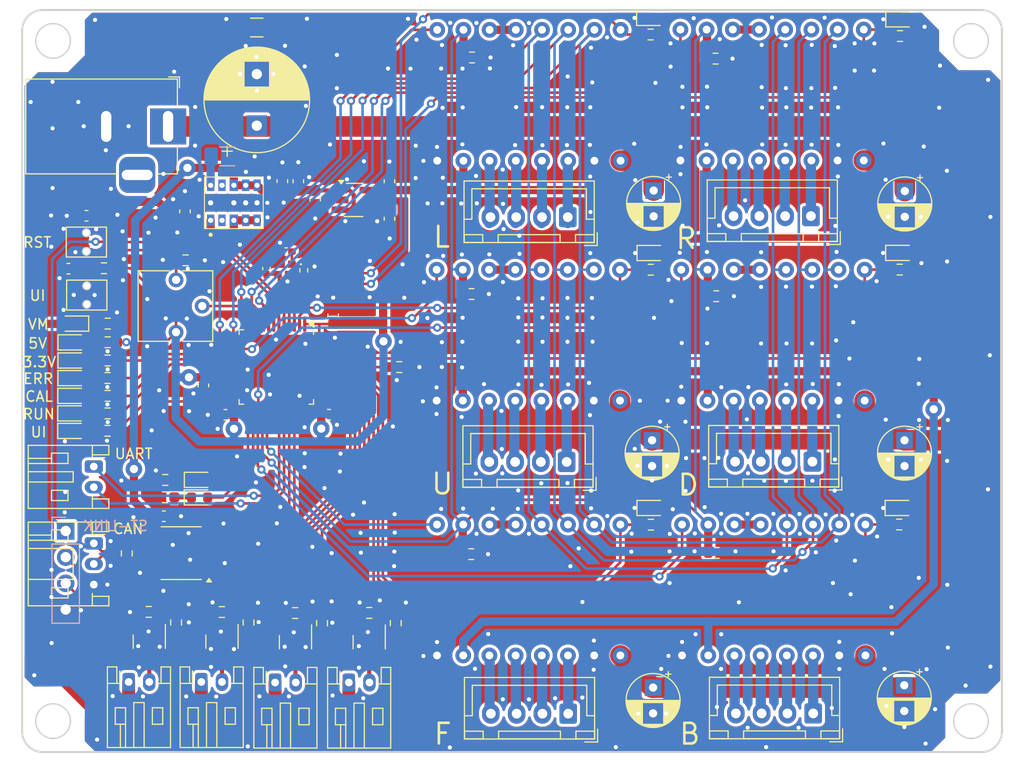
<source format=kicad_pcb>
(kicad_pcb (version 20240108) (generator "pcbnew") (generator_version "8.0")
  (layers (0 "F.Cu" signal) (31 "B.Cu" signal) (34 "B.Paste" user) (35 "F.Paste" user) (36 "B.SilkS" user "B.Silkscreen") (37 "F.SilkS" user "F.Silkscreen") (38 "B.Mask" user) (39 "F.Mask" user) (44 "Edge.Cuts" user))
  (net 0 "")
  (net 1 "+BATT")
  (net 2 "GND")
  (net 3 "VDD")
  (net 4 "+5V")
  (net 5 "Net-(C1-Pad1)")
  (net 6 "/MicroController/NRST")
  (net 7 "/MicroController/SW1")
  (net 8 "Net-(U5-Cs)")
  (net 9 "/MicroController/OSC_OUT")
  (net 10 "Net-(D1-A)")
  (net 11 "Net-(D2-A)")
  (net 12 "Net-(D3-A)")
  (net 13 "/MicroController/LED_CAN_TX")
  (net 14 "Net-(D4-A)")
  (net 15 "Net-(D5-K)")
  (net 16 "/MicroController/LED_CAN_RX")
  (net 17 "Net-(D6-K)")
  (net 18 "Net-(D8-A)")
  (net 19 "Net-(D9-A)")
  (net 20 "Net-(D10-A)")
  (net 21 "Net-(D11-A)")
  (net 22 "Net-(D12-A)")
  (net 23 "Net-(D13-A)")
  (net 24 "Net-(D14-A)")
  (net 25 "Net-(D15-A)")
  (net 26 "Net-(J7-Pin_3)")
  (net 27 "Net-(J7-Pin_4)")
  (net 28 "Net-(J7-Pin_1)")
  (net 29 "Net-(J8-Pin_4)")
  (net 30 "+3.3V")
  (net 31 "/MicroController/ENABLE_D")
  (net 32 "/MicroController/STEP1")
  (net 33 "/MicroController/ENABLE_U")
  (net 34 "/MicroController/ENABLE_L")
  (net 35 "/MicroController/ENABLE_F")
  (net 36 "/MicroController/ENABLE_B")
  (net 37 "/MicroController/LED_R")
  (net 38 "/MicroController/LED_L")
  (net 39 "/MicroController/ENABLE_R")
  (net 40 "/MicroController/LED_F")
  (net 41 "/MicroController/LED_B")
  (net 42 "Net-(J8-Pin_1)")
  (net 43 "Net-(J8-Pin_3)")
  (net 44 "Net-(J11-Pin_4)")
  (net 45 "Net-(J11-Pin_1)")
  (net 46 "Net-(J4-Pin_4)")
  (net 47 "/MicroController/DIR_R")
  (net 48 "Net-(J4-Pin_1)")
  (net 49 "/MicroController/MS1")
  (net 50 "/MicroController/MS2")
  (net 51 "/MicroController/DIR_F")
  (net 52 "/MicroController/DIR_B")
  (net 53 "/MicroController/MS3")
  (net 54 "Net-(J4-Pin_3)")
  (net 55 "/MicroController/DIR_U")
  (net 56 "Net-(J4-Pin_2)")
  (net 57 "/MicroController/DIR_D")
  (net 58 "Net-(J5-Pin_4)")
  (net 59 "Net-(J5-Pin_3)")
  (net 60 "/MicroController/DIR_L")
  (net 61 "Net-(J5-Pin_1)")
  (net 62 "Net-(J5-Pin_2)")
  (net 63 "Net-(J6-Pin_1)")
  (net 64 "Net-(J6-Pin_3)")
  (net 65 "Net-(J6-Pin_4)")
  (net 66 "Net-(J6-Pin_2)")
  (net 67 "Net-(J11-Pin_3)")
  (net 68 "Net-(J12-Pin_2)")
  (net 69 "Net-(J9-Pin_2)")
  (net 70 "Net-(J13-Pin_2)")
  (net 71 "/MicroController/SWDIO")
  (net 72 "/MicroController/SWCLK")
  (net 73 "Net-(Q1-G)")
  (net 74 "Net-(Q2-G)")
  (net 75 "Net-(Q3-G)")
  (net 76 "Net-(Q4-G)")
  (net 77 "Net-(U2-PB8-BOOT0)")
  (net 78 "/MicroController/CAN_H")
  (net 79 "/MicroController/CAN_L")
  (net 80 "/MicroController/OSC_IN")
  (net 81 "Net-(R8-Pad1)")
  (net 82 "/MicroController/LED1")
  (net 83 "/MicroController/LED2")
  (net 84 "/MicroController/LED3")
  (net 85 "/MicroController/LED4")
  (net 86 "Net-(U4-FB)")
  (net 87 "/MicroController/adc_speed")
  (net 88 "Net-(U6-RESET)")
  (net 89 "Net-(U7-RESET)")
  (net 90 "/MicroController/CAN_TX")
  (net 91 "/MicroController/CAN_RX")
  (net 92 "Net-(D7-K)")
  (net 93 "/MicroController/USART_RX")
  (net 94 "/MicroController/USART_TX")
  (net 95 "Net-(U8-RESET)")
  (net 96 "Net-(U9-RESET)")
  (net 97 "Net-(U10-RESET)")
  (net 98 "Net-(U11-RESET)")
  (net 99 "Net-(J7-Pin_2)")
  (net 100 "Net-(J8-Pin_2)")
  (net 101 "Net-(J10-Pin_2)")
  (net 102 "Net-(J11-Pin_2)")
  (footprint "Connector_BarrelJack:BarrelJack_Horizontal" (layer "F.Cu") (at 108.075 74.85)
    (property "Reference" "J3" (hide yes))
    (property "Value" "Barrel_Jack")
  )
  (footprint "Connector_JST:JST_XH_B4B-XH-A_1x04_P2.50mm_Vertical" (layer "F.Cu") (at 170.405 83.55 180)
    (property "Reference" "J11" (hide yes))
    (property "Value" "XH")
  )
  (footprint "Resistor_SMD:R_0603_1608Metric_Pad0.98x0.95mm_HandSolder" (layer "F.Cu") (at 107.767499 110.83 180)
    (property "Reference" "R11" (hide yes))
    (property "Value" "1k")
  )
  (footprint "LED_SMD:LED_0603_1608Metric" (layer "F.Cu") (at 98.86 102.69)
    (property "Reference" "D3" (hide yes))
    (property "Value" "LED3")
  )
  (footprint "Capacitor_SMD:C_0603_1608Metric" (layer "F.Cu") (at 107.659999 112.67)
    (property "Reference" "C9" (hide yes))
    (property "Value" "0.1u")
  )
  (footprint "MountingHole:MountingHole_3.2mm_M3" (layer "F.Cu") (at 185.925 66.55)
    (property "Reference" "H2" (hide yes))
    (property "Value" "MountingHole")
  )
  (footprint "Connector_JST:JST_XH_B4B-XH-A_1x04_P2.50mm_Vertical" (layer "F.Cu") (at 146.83 83.650001 180)
    (property "Reference" "J6" (hide yes))
    (property "Value" "XH")
  )
  (footprint "Resistor_SMD:R_0603_1608Metric_Pad0.98x0.95mm_HandSolder" (layer "F.Cu") (at 113.287499 121.9625 180)
    (property "Reference" "R35" (hide yes))
    (property "Value" "10k")
  )
  (footprint "LED_SMD:LED_0603_1608Metric" (layer "F.Cu") (at 155.0275 87.13)
    (property "Reference" "D11" (hide yes))
    (property "Value" "LED4")
  )
  (footprint "MountingHole:MountingHole_3.2mm_M3" (layer "F.Cu") (at 185.925 132.55)
    (property "Reference" "H3" (hide yes))
    (property "Value" "MountingHole")
  )
  (footprint "Package_TO_SOT_SMD:SOT-23" (layer "F.Cu") (at 127.574998 124.8875 -90)
    (property "Reference" "Q3" (hide yes))
    (property "Value" "BSS138")
  )
  (footprint "Capacitor_THT:CP_Radial_D10.0mm_P5.00mm" (layer "F.Cu") (at 116.675 74.775 90)
    (property "Reference" "C10" (hide yes))
    (property "Value" "100u")
  )
  (footprint "Connector_JST:JST_XH_B4B-XH-A_1x04_P2.50mm_Vertical" (layer "F.Cu") (at 170.55 107.375 180)
    (property "Reference" "J4" (hide yes))
    (property "Value" "XH")
  )
  (footprint "MountingHole:MountingHole_3.2mm_M3" (layer "F.Cu") (at 96.925 132.55)
    (property "Reference" "H4" (hide yes))
    (property "Value" "MountingHole")
  )
  (footprint "Resistor_SMD:R_0603_1608Metric_Pad0.98x0.95mm_HandSolder" (layer "F.Cu") (at 102.2025 104.38 180)
    (property "Reference" "R5" (hide yes))
    (property "Value" "1k")
  )
  (footprint "Package_TO_SOT_SMD:SOT-23" (layer "F.Cu") (at 120.424999 124.8875 -90)
    (property "Reference" "Q1" (hide yes))
    (property "Value" "BSS138")
  )
  (footprint "MountingHole:MountingHole_3.2mm_M3" (layer "F.Cu") (at 96.925 66.55)
    (property "Reference" "H1" (hide yes))
    (property "Value" "MountingHole")
  )
  (footprint "Capacitor_SMD:C_0603_1608Metric_Pad1.08x0.95mm_HandSolder" (layer "F.Cu") (at 129.54 83.8 -90)
    (property "Reference" "C15" (hide yes))
    (property "Value" "0.01u")
  )
  (footprint "Resistor_SMD:R_0603_1608Metric_Pad0.98x0.95mm_HandSolder" (layer "F.Cu") (at 122.999999 123.050001 -90)
    (property "Reference" "R26" (hide yes))
    (property "Value" "10k")
  )
  (footprint "Resistor_SMD:R_0603_1608Metric_Pad0.98x0.95mm_HandSolder" (layer "F.Cu") (at 106.200001 121.95 180)
    (property "Reference" "R29" (hide yes))
    (property "Value" "10k")
  )
  (footprint "Package_TO_SOT_SMD:SOT-23-5_HandSoldering" (layer "F.Cu") (at 126.06 81.98)
    (property "Reference" "U5" (hide yes))
    (property "Value" "NJM12877F33-TE1")
  )
  (footprint "mylib:LXDC55FAAA203" (layer "F.Cu") (at 112.2 83.96 180)
    (property "Reference" "U4" (hide yes))
    (property "Value" "LXDC55FAAA-203" (hide yes))
  )
  (footprint "Resistor_SMD:R_0603_1608Metric_Pad0.98x0.95mm_HandSolder" (layer "F.Cu") (at 115.875 122.9875 -90)
    (property "Reference" "R34" (hide yes))
    (property "Value" "10k")
  )
  (footprint "half_mouse_lib:TVAF06-A020B-R" (layer "F.Cu") (at 100.19 91.21)
    (property "Reference" "SW2" (hide yes))
    (property "Value" "USER")
    (fp_circle (center 0 -0.9) (end 0.375 -0.9) (stroke (width 0.12)) (fill none) (layer "Edge.Cuts"))
    (fp_circle (center 0 0.9) (end 0.375 0.9) (stroke (width 0.12)) (fill none) (layer "Edge.Cuts"))
  )
  (footprint "LED_SMD:LED_0603_1608Metric" (layer "F.Cu") (at 98.885 97.56)
    (property "Reference" "D9" (hide yes))
    (property "Value" "LED")
  )
  (footprint "Capacitor_SMD:C_0402_1005Metric_Pad0.74x0.62mm_HandSolder" (layer "F.Cu") (at 117.61 88.6425 90)
    (property "Reference" "C2" (hide yes))
    (property "Value" "10p")
  )
  (footprint "Resistor_SMD:R_0603_1608Metric_Pad0.98x0.95mm_HandSolder" (layer "F.Cu") (at 154.89 113.49)
    (property "Reference" "R22" (hide yes))
    (property "Value" "1k")
  )
  (footprint "Resistor_SMD:R_0603_1608Metric_Pad0.98x0.95mm_HandSolder" (layer "F.Cu") (at 108.849999 122.975001 -90)
    (property "Reference" "R28" (hide yes))
    (property "Value" "10k")
  )
  (footprint "Resistor_SMD:R_0603_1608Metric_Pad0.98x0.95mm_HandSolder" (layer "F.Cu") (at 102.2125 102.69 180)
    (property "Reference" "R4" (hide yes))
    (property "Value" "1k")
  )
  (footprint "Resistor_SMD:R_0603_1608Metric_Pad0.98x0.95mm_HandSolder" (layer "F.Cu") (at 154.8575 65.93)
    (property "Reference" "R20" (hide yes))
    (property "Value" "1k")
  )
  (footprint "Package_SO:SOIC-8_3.9x4.9mm_P1.27mm" (layer "F.Cu") (at 109.344999 116.249998 180)
    (property "Reference" "U3" (hide yes))
    (property "Value" "MCP2562-E-SN")
  )
  (footprint "Resistor_SMD:R_0603_1608Metric_Pad0.98x0.95mm_HandSolder" (layer "F.Cu") (at 104.069998 116.274998 90)
    (property "Reference" "R9" (hide yes))
    (property "Value" "120")
  )
  (footprint "Connector_JST:JST_PH_S2B-PH-K_1x02_P2.00mm_Horizontal" (layer "F.Cu") (at 104.25 128.75)
    (property "Reference" "J10" (hide yes))
    (property "Value" "PH")
  )
  (footprint "LED_SMD:LED_0603_1608Metric" (layer "F.Cu") (at 154.9875 64.32)
    (property "Reference" "D12" (hide yes))
    (property "Value" "LED4")
  )
  (footprint "Connector_JST:JST_PH_S2B-PH-K_1x02_P2.00mm_Horizontal" (layer "F.Cu") (at 100.87 107.85 -90)
    (property "Reference" "J14" (hide yes))
    (property "Value" "PH")
  )
  (footprint "Connector_JST:JST_XH_B4B-XH-A_1x04_P2.50mm_Vertical" (layer "F.Cu") (at 170.625 131.8 180)
    (property "Reference" "J8" (hide yes))
    (property "Value" "XH")
  )
  (footprint "Resistor_SMD:R_0603_1608Metric" (layer "F.Cu") (at 161.225 91.32)
    (property "Reference" "R17" (hide yes))
    (property "Value" "10k")
  )
  (footprint "LED_SMD:LED_0603_1608Metric" (layer "F.Cu") (at 111.127499 110.84)
    (property "Reference" "D6" (hide yes))
    (property "Value" "LED6")
  )
  (footprint "Capacitor_SMD:C_0603_1608Metric_Pad1.08x0.95mm_HandSolder" (layer "F.Cu") (at 122.33 81.92 -90)
    (property "Reference" "C14" (hide yes))
    (property "Value" "1u")
  )
  (footprint "Resistor_SMD:R_0603_1608Metric_Pad0.98x0.95mm_HandSolder" (layer "F.Cu") (at 109.77 87.84)
    (property "Reference" "R8" (hide yes))
    (property "Value" "3.3k")
  )
  (footprint "Resistor_SMD:R_0603_1608Metric_Pad0.98x0.95mm_HandSolder" (layer "F.Cu") (at 130.15 123.0375 -90)
    (property "Reference" "R32" (hide yes))
    (property "Value" "10k")
  )
  (footprint "LED_SMD:LED_0603_1608Metric" (layer "F.Cu") (at 98.8925 93.98 180)
    (property "Reference" "D7" (hide yes))
    (property "Value" "LED")
  )
  (footprint "Resistor_SMD:R_0603_1608Metric" (layer "F.Cu") (at 137.495 91.11)
    (property "Reference" "R19" (hide yes))
    (property "Value" "10k")
  )
  (footprint "Capacitor_SMD:C_0603_1608Metric_Pad1.08x0.95mm_HandSolder" (layer "F.Cu") (at 129.54 80.17 90)
    (property "Reference" "C16" (hide yes))
    (property "Value" "1u")
  )
  (footprint "Resistor_SMD:R_0603_1608Metric" (layer "F.Cu") (at 161.155 68.27)
    (property "Reference" "R31" (hide yes))
    (property "Value" "10k")
  )
  (footprint "Capacitor_THT:CP_Radial_D5.0mm_P2.50mm" (layer "F.Cu") (at 155.005 105.3 -90)
    (property "Reference" "C18" (hide yes))
    (property "Value" "10u")
  )
  (footprint "stepper_music_lib:a4988" (layer "F.Cu") (at 175.615 88.75 -90)
    (property "Reference" "U6" (hide yes))
    (property "Value" "a4988")
  )
  (footprint "Resistor_SMD:R_0603_1608Metric" (layer "F.Cu") (at 137.545 68.16)
    (property "Reference" "R21" (hide yes))
    (property "Value" "10k")
  )
  (footprint "Capacitor_THT:CP_Radial_D5.0mm_P2.50mm" (layer "F.Cu") (at 155.1 129.294887 -90)
    (property "Reference" "C20" (hide yes))
    (property "Value" "10u")
  )
  (footprint "Resistor_SMD:R_0603_1608Metric_Pad0.98x0.95mm_HandSolder" (layer "F.Cu") (at 102.2125 100.99 180)
    (property "Reference" "R3" (hide yes))
    (property "Value" "1k")
  )
  (footprint "Resistor_SMD:R_0603_1608Metric_Pad0.98x0.95mm_HandSolder" (layer "F.Cu") (at 102.215 93.98)
    (property "Reference" "R13" (hide yes))
    (property "Value" "20k")
  )
  (footprint "Resistor_SMD:R_0603_1608Metric_Pad0.98x0.95mm_HandSolder" (layer "F.Cu") (at 127.574998 122.049998 180)
    (property "Reference" "R33" (hide yes))
    (property "Value" "10k")
  )
  (footprint "Resistor_SMD:R_0603_1608Metric_Pad0.98x0.95mm_HandSolder" (layer "F.Cu") (at 101.8525 88.61 180)
    (property "Reference" "R7" (hide yes))
    (property "Value" "10k")
  )
  (footprint "Potentiometer_THT:Potentiometer_Vishay_T73YP_Vertical" (layer "F.Cu") (at 108.845 94.815)
    (property "Reference" "RV1" (hide yes))
    (property "Value" "3.3k")
  )
  (footprint "Connector_JST:JST_XH_B4B-XH-A_1x04_P2.50mm_Vertical" (layer "F.Cu") (at 146.87 131.825 180)
    (property "Reference" "J7" (hide yes))
    (property "Value" "XH")
  )
  (footprint "Resistor_SMD:R_0603_1608Metric_Pad0.98x0.95mm_HandSolder" (layer "F.Cu") (at 107.797499 109.15 180)
    (property "Reference" "R10" (hide yes))
    (property "Value" "1k")
  )
  (footprint "stepper_music_lib:a4988" (layer "F.Cu") (at 151.949999 65.474999 -90)
    (property "Reference" "U8" (hide yes))
    (property "Value" "a4988")
  )
  (footprint "Capacitor_SMD:C_0603_1608Metric_Pad1.08x0.95mm_HandSolder" (layer "F.Cu") (at 109.71 83.09 90)
    (property "Reference" "C11" (hide yes))
    (property "Value" "0.1u")
  )
  (footprint "Package_TO_SOT_SMD:SOT-23" (layer "F.Cu") (at 106.25 124.837499 -90)
    (property "Reference" "Q2" (hide yes))
    (property "Value" "BSS138")
  )
  (footprint "Resistor_SMD:R_0402_1005Metric_Pad0.72x0.64mm_HandSolder" (layer "F.Cu") (at 121.23 88.81 90)
    (property "Reference" "R2" (hide yes))
    (property "Value" "1k")
  )
  (footprint "LED_SMD:LED_0603_1608Metric" (layer "F.Cu") (at 155.02 111.87)
    (property "Reference" "D13" (hide yes))
    (property "Value" "LED4")
  )
  (footprint "Capacitor_SMD:C_0603_1608Metric" (layer "F.Cu") (at 113.64 102.83 180)
    (property "Reference" "C6" (hide yes))
    (property "Value" "0.1u")
  )
  (footprint "Resistor_SMD:R_0603_1608Metric_Pad0.98x0.95mm_HandSolder" (layer "F.Cu") (at 130.49 98.2)
    (property "Reference" "R6" (hide yes))
    (property "Value" "10k")
  )
  (footprint "Connector_JST:JST_XH_B4B-XH-A_1x04_P2.50mm_Vertical" (layer "F.Cu") (at 146.72 107.4 180)
    (property "Reference" "J5" (hide yes))
    (property "Value" "XH")
  )
  (footprint "LED_SMD:LED_0603_1608Metric" (layer "F.Cu") (at 98.8825 99.27)
    (property "Reference" "D1" (hide yes))
    (property "Value" "LED1")
  )
  (footprint "LED_SMD:LED_0603_1608Metric" (layer "F.Cu") (at 111.134999 109.14)
    (property "Reference" "D5" (hide yes))
    (property "Value" "LED5")
  )
  (footprint "Fuse:Fuse_1206_3216Metric" (layer "F.Cu") (at 116.67 65.25 180)
    (property "Reference" "F1" (hide yes))
    (property "Value" "1A")
  )
  (footprint "Connector_JST:JST_PH_S2B-PH-K_1x02_P2.00mm_Horizontal" (layer "F.Cu") (at 118.45 128.8)
    (property "Reference" "J9" (hide yes))
    (property "Value" "PH")
  )
  (footprint "Resistor_SMD:R_0603_1608Metric" (layer "F.Cu") (at 161.275 116.23)
    (property "Reference" "R25" (hide yes))
    (property "Value" "10k")
  )
  (footprint "Capacitor_SMD:C_0603_1608Metric_Pad1.08x0.95mm_HandSolder" (layer "F.Cu") (at 119.15 80.157499 90)
    (property "Reference" "C12" (hide yes))
    (property "Value" "0.1u")
  )
  (footprint "stepper_music_lib:a4988" (layer "F.Cu") (at 175.53 65.45 -90)
    (property "Reference" "U11" (hide yes))
    (property "Value" "a4988")
  )
  (footprint "Capacitor_SMD:C_0603_1608Metric" (layer "F.Cu") (at 124.08 93.19 90)
    (property "Reference" "C4" (hide yes))
    (property "Value" "4.7u")
  )
  (footprint "Connector_JST:JST_PH_S3B-PH-K_1x03_P2.00mm_Horizontal" (layer "F.Cu") (at 100.869999 115.3 -90)
    (property "Reference" "J2" (hide yes))
    (property "Value" "PH")
  )
  (footprint "Capacitor_SMD:C_0603_1608Metric" (layer "F.Cu") (at 123.68 102.82)
    (property "Reference" "C5" (hide yes))
    (property "Value" "0.1u")
  )
  (footprint "Package_TO_SOT_SMD:SOT-23" (layer "F.Cu") (at 113.3 124.837499 -90)
    (property "Reference" "Q4" (hide yes))
    (property "Value" "BSS138")
  )
  (footprint "Resistor_SMD:R_0603_1608Metric_Pad0.98x0.95mm_HandSolder" (layer "F.Cu") (at 102.215 95.79 180)
    (property "Reference" "R14" (hide yes))
    (property "Value" "1.8k")
  )
  (footprint "stepper_music_lib:a4988" (layer "F.Cu") (at 151.895 88.75 -90)
    (property "Reference" "U7" (hide yes))
    (property "Value" "a4988")
  )
  (footprint "Capacitor_SMD:C_0603_1608Metric" (layer "F.Cu") (at 111.5 99.978749 -90)
    (property "Reference" "C8" (hide yes))
    (property "Value" "0.1u")
  )
  (footprint "Capacitor_THT:CP_Radial_D5.0mm_P2.50mm" (layer "F.Cu") (at 179.455 129.069887 -90)
    (property "Reference" "C21" (hide yes))
    (property "Value" "10u")
  )
  (footprint "Capacitor_SMD:C_0603_1608Metric_Pad1.08x0.95mm_HandSolder" (layer "F.Cu") (at 100.1675 83.52 180)
    (property "Reference" "C3" (hide yes))
    (property "Value" "0.1u")
  )
  (footprint "LED_SMD:LED_0603_1608Metric" (layer "F.Cu") (at 179.152499 64.46)
    (property "Reference" "D15" (hide yes))
    (property "Value" "LED4")
  )
  (footprint "Resistor_SMD:R_0603_1608Metric" (layer "F.Cu") (at 137.465 116.35)
    (property "Reference" "R23" (hide yes))
    (property "Value" "10k")
  )
  (footprint "LED_SMD:LED_0603_1608Metric" (layer "F.Cu") (at 98.87 100.99)
    (property "Reference" "D2" (hide yes))
    (property "Value" "LED2")
  )
  (footprint "Package_QFP:LQFP-48_7x7mm_P0.5mm" (layer "F.Cu") (at 118.57 98.1875 -90)
    (property "Reference" "U2" (hide yes))
    (property "Value" "STM32G431CB")
  )
  (footprint "stepper_music_lib:a4988" (layer "F.Cu") (at 151.93 113.475 -90)
    (property "Reference" "U9" (hide yes))
    (property "Value" "a4988")
  )
  (footprint "Capacitor_SMD:C_0603_1608Metric_Pad1.08x0.95mm_HandSolder" (layer "F.Cu") (at 98.41 88.65 180)
    (property "Reference" "C7" (hide yes))
    (property "Value" "0.1u")
  )
  (footprint "Connector_JST:JST_PH_S2B-PH-K_1x02_P2.00mm_Horizontal" (layer "F.Cu") (at 111.299999 128.750001)
    (property "Reference" "J13" (hide yes))
    (property "Value" "PH")
  )
  (footprint "LED_SMD:LED_0603_1608Metric" (layer "F.Cu") (at 179.0875 111.87)
    (property "Reference" "D14" (hide yes))
    (property "Value" "LED4")
  )
  (footprint "Resistor_SMD:R_0603_1608Metric_Pad0.98x0.95mm_HandSolder" (layer "F.Cu") (at 102.205 99.26 180)
    (property "Reference" "R1" (hide yes))
    (property "Value" "1k")
  )
  (footprint "half_mouse_lib:TVAF06-A020B-R" (layer "F.Cu") (at 100.15 86.07 180)
    (property "Reference" "SW1" (hide yes))
    (property "Value" "RESET")
    (fp_circle (center 0 0.9) (end 0.375 0.9) (stroke (width 0.12)) (fill none) (layer "Edge.Cuts"))
    (fp_circle (center 0 -0.9) (end 0.375 -0.9) (stroke (width 0.12)) (fill none) (layer "Edge.Cuts"))
  )
  (footprint "Resistor_SMD:R_0603_1608Metric_Pad0.98x0.95mm_HandSolder" (layer "F.Cu") (at 154.8775 88.75)
    (property "Reference" "R18" (hide yes))
    (property "Value" "1k")
  )
  (footprint "Resistor_SMD:R_0603_1608Metric_Pad0.98x0.95mm_HandSolder" (layer "F.Cu") (at 178.9625 113.47)
    (property "Reference" "R24" (hide yes))
    (property "Value" "1k")
  )
  (footprint "Resistor_SMD:R_0603_1608Metric_Pad0.98x0.95mm_HandSolder" (layer "F.Cu") (at 120.399999 122.062499 180)
    (property "Reference" "R27" (hide yes))
    (property "Value" "10k")
  )
  (footprint "LED_SMD:LED_0603_1608Metric" (layer "F.Cu") (at 179.1375 87.12)
    (property "Reference" "D10" (hide yes))
    (property "Value" "LED4")
  )
  (footprint "bldc_lib:XRCGB" (layer "F.Cu") (at 119.4 88.72 180)
    (property "Reference" "Y1" (hide yes))
    (property "Value" "XRCGB16M000FXN02R0" (hide yes))
  )
  (footprint "Resistor_SMD:R_0603_1608Metric_Pad0.98x0.95mm_HandSolder" (layer "F.Cu") (at 179.0125 88.74)
    (property "Reference" "R16" (hide yes))
    (property "Value" "1k")
  )
  (footprint "Capacitor_SMD:C_0603_1608Metric_Pad1.08x0.95mm_HandSolder" (layer "F.Cu") (at 120.7 80.167499 90)
    (property "Reference" "C13" (hide yes))
    (property "Value" "20u")
  )
  (footprint "Connector_JST:JST_PH_S2B-PH-K_1x02_P2.00mm_Horizontal" (layer "F.Cu") (at 125.600001 128.8)
    (property "Reference" "J12" (hide yes))
    (property "Value" "PH")
  )
  (footprint "Capacitor_SMD:C_0402_1005Metric_Pad0.74x0.62mm_HandSolder" (layer "F.Cu") (at 119.52 86.99 180)
    (property "Reference" "C1" (hide yes))
    (property "Value" "10p")
  )
  (footprint "Capacitor_THT:CP_Radial_D5.0mm_P2.50mm" (layer "F.Cu") (at 179.48 105.3 -90)
    (property "Reference" "C17" (hide yes))
    (property "Value" "10u")
  )
  (footprint "Resistor_SMD:R_0603_1608Metric_Pad0.98x0.95mm_HandSolder" (layer "F.Cu") (at 102.215 97.56 180)
    (property "Reference" "R15" (hide yes))
    (property "Value" "1k")
  )
  (footprint "Capacitor_THT:CP_Radial_D5.0mm_P2.50mm" (layer "F.Cu") (at 155.155 81.069887 -90)
    (property "Reference" "C19" (hide yes))
    (property "Value" "10u")
  )
  (footprint "LED_SMD:LED_0603_1608Metric" (layer "F.Cu") (at 98.86 104.39)
    (property "Reference" "D4" (hide yes))
    (property "Value" "LED4")
  )
  (footprint "Capacitor_THT:CP_Radial_D5.0mm_P2.50mm" (layer "F.Cu") (at 179.505 81.119887 -90)
    (property "Reference" "C22" (hide yes))
    (property "Value" "10u")
  )
  (footprint "stepper_music_lib:a4988" (layer "F.Cu") (at 175.69 113.475 -90)
    (property "Reference" "U10" (hide yes))
    (property "Value" "a4988")
  )
  (footprint "Resistor_SMD:R_0603_1608Metric_Pad0.98x0.95mm_HandSolder" (layer "F.Cu") (at 179.04 66.08)
    (property "Reference" "R30" (hide yes))
    (property "Value" "1k")
  )
  (footprint "LED_SMD:LED_0603_1608Metric" (layer "F.Cu") (at 98.885 95.8)
    (property "Reference" "D8" (hide yes))
    (property "Value" "LED")
  )
  (footprint "Resistor_SMD:R_1206_3216Metric_Pad1.30x1.75mm_HandSolder" (layer "B.Cu") (at 113.8 77.754646)
    (property "Reference" "R12" (hide yes))
    (property "Value" "133")
  )
  (footprint "Connector_PinSocket_2.54mm:PinSocket_1x04_P2.54mm_Vertical" (layer "B.Cu") (at 98.145 114.1 180)
    (property "Reference" "J1" (hide yes))
    (property "Value" "Magnet")
  )
  (gr_circle (center 96.925 132.55) (end 98.575 132.55) (stroke (width 0.2)) (fill none) (layer "Edge.Cuts"))
  (gr_line (start 93.925 133.55) (end 93.925 65.55) (stroke (width 0.2)) (layer "Edge.Cuts"))
  (gr_line (start 186.925 135.55) (end 95.925 135.55) (stroke (width 0.2)) (layer "Edge.Cuts"))
  (gr_circle (center 185.925 132.55) (end 187.575 132.55) (stroke (width 0.2)) (fill none) (layer "Edge.Cuts"))
  (gr_circle (center 96.925 66.55) (end 98.575 66.55) (stroke (width 0.2)) (fill none) (layer "Edge.Cuts"))
  (gr_line (start 95.925 63.55) (end 186.925 63.55) (stroke (width 0.2)) (layer "Edge.Cuts"))
  (gr_arc (start 188.925 133.55) (mid 188.339214 134.964214) (end 186.925 135.55) (stroke (width 0.2)) (layer "Edge.Cuts"))
  (gr_line (start 188.925 65.55) (end 188.925 133.55) (stroke (width 0.2)) (layer "Edge.Cuts"))
  (gr_circle (center 185.925 66.55) (end 187.575 66.55) (stroke (width 0.2)) (fill none) (layer "Edge.Cuts"))
  (gr_arc (start 93.925 65.55) (mid 94.510786 64.135786) (end 95.925 63.55) (stroke (width 0.2)) (layer "Edge.Cuts"))
  (gr_arc (start 186.925 63.55) (mid 188.339214 64.135786) (end 188.925 65.55) (stroke (width 0.2)) (layer "Edge.Cuts"))
  (gr_arc (start 95.925 135.55) (mid 94.510786 134.964214) (end 93.925 133.55) (stroke (width 0.2)) (layer "Edge.Cuts"))
  (gr_text "ST-LINK" (at 102.97 113.61 -0) (layer "B.SilkS") (effects (font (size 1 1)) (justify mirror)))
  (gr_text "CAN" (at 104.21 113.89 0) (layer "F.SilkS") (effects (font (size 1 1))))
  (gr_text "VM" (at 95.49 94.05 0) (layer "F.SilkS") (effects (font (size 1 1))))
  (gr_text "B" (at 158.66 133.8 0) (layer "F.SilkS") (effects (font (size 2 2) (thickness 0.25))))
  (gr_text "3.3V" (at 95.59 97.71 0) (layer "F.SilkS") (effects (font (size 1 1))))
  (gr_text "CAL" (at 95.56 101.05 0) (layer "F.SilkS") (effects (font (size 1 1))))
  (gr_text "R\n" (at 158.31 85.72 0) (layer "F.SilkS") (effects (font (size 2 2) (thickness 0.25))))
  (gr_text "UART" (at 104.74 106.61 0) (layer "F.SilkS") (effects (font (size 1 1))))
  (gr_text "RUN" (at 95.53 102.76 0) (layer "F.SilkS") (effects (font (size 1 1))))
  (gr_text "L" (at 134.6 85.58 0) (layer "F.SilkS") (effects (font (size 2 2) (thickness 0.25))))
  (gr_text "D\n" (at 158.51 109.64 0) (layer "F.SilkS") (effects (font (size 2 2) (thickness 0.25))))
  (gr_text "F" (at 134.71 133.8 0) (layer "F.SilkS") (effects (font (size 2 2) (thickness 0.25))))
  (gr_text "5V" (at 95.43 95.9 0) (layer "F.SilkS") (effects (font (size 1 1))))
  (gr_text "ERR" (at 95.49 99.33 0) (layer "F.SilkS") (effects (font (size 1 1))))
  (gr_text "UI" (at 95.52 104.51 0) (layer "F.SilkS") (effects (font (size 1 1))))
  (gr_text "U\n" (at 134.67 109.53 0) (layer "F.SilkS") (effects (font (size 2 2) (thickness 0.25))))
  (gr_text "RST" (at 95.39 86.1 0) (layer "F.SilkS") (effects (font (size 1 1))))
  (gr_text "UI" (at 95.42 91.26 0) (layer "F.SilkS") (effects (font (size 1 1))))
  (segment (start 179.525 74.85) (end 182.2 74.85) (width 2) (layer "F.Cu") (net 1))
  (segment (start 151.949999 78.174999) (end 155.129999 78.174999) (width 2) (layer "F.Cu") (net 1))
  (segment (start 175.7 105.2) (end 179.38 105.2) (width 2) (layer "F.Cu") (net 1))
  (segment (start 179.38 105.2) (end 179.48 105.3) (width 2) (layer "F.Cu") (net 1))
  (segment (start 155.105 105.2) (end 175.7 105.2) (width 2) (layer "F.Cu") (net 1))
  (segment (start 185.5 105.3) (end 185.525 105.275) (width 2) (layer "F.Cu") (net 1))
  (segment (start 120.3 74.85) (end 123.01 74.85) (width 2) (layer "F.Cu") (net 1))
  (segment (start 155.005 105.3) (end 155.105 105.2) (width 2) (layer "F.Cu") (net 1))
  (segment (start 155.1 129.294887) (end 155.049887 129.294887) (width 2) (layer "F.Cu") (net 1))
  (segment (start 179.505 74.87) (end 179.525 74.85) (width 2) (layer "F.Cu") (net 1))
  (segment (start 179.48 105.3) (end 185.5 105.3) (width 2) (layer "F.Cu") (net 1))
  (segment (start 155.155 74.87) (end 155.175 74.85) (width 2) (layer "F.Cu") (net 1))
  (segment (start 119.97 65.25) (end 118.069999 65.25) (width 1.25) (layer "F.Cu") (net 1))
  (segment (start 185.525 78.175) (end 185.525 105.275) (width 2) (layer "F.Cu") (net 1))
  (segment (start 155.129999 78.174999) (end 155.155 78.2) (width 2) (layer "F.Cu") (net 1))
  (segment (start 151.895 102.19) (end 155.005 105.3) (width 2) (layer "F.Cu") (net 1))
  (segment (start 175.7 129.294887) (end 155.1 129.294887) (width 2) (layer "F.Cu") (net 1))
  (segment (start 175.615 101.45) (end 175.615 105.115) (width 2) (layer "F.Cu") (net 1))
  (segment (start 175.69 129.284887) (end 175.7 129.294887) (width 2) (layer "F.Cu") (net 1))
  (segment (start 123.01 74.85) (end 155.175 74.85) (width 2) (layer "F.Cu") (net 1))
  (segment (start 185.525 105.275) (end 185.525 126.15) (width 2) (layer "F.Cu") (net 1))
  (segment (start 175.69 126.175) (end 175.69 129.284887) (width 2) (layer "F.Cu") (net 1))
  (segment (start 151.895 101.45) (end 151.895 102.19) (width 2) (layer "F.Cu") (net 1))
  (segment (start 182.2 74.85) (end 185.525 78.175) (width 2) (layer "F.Cu") (net 1))
  (segment (start 179.43 78.15) (end 179.505 78.075) (width 2) (layer "F.Cu") (net 1))
  (segment (start 108.075 74.85) (end 120.3 74.85) (width 2) (layer "F.Cu") (net 1))
  (segment (start 175.53 78.15) (end 179.43 78.15) (width 2) (layer "F.Cu") (net 1))
  (segment (start 123.01 74.85) (end 123.01 68.29) (width 1.25) (layer "F.Cu") (net 1))
  (segment (start 123.01 68.29) (end 119.97 65.25) (width 1.25) (layer "F.Cu") (net 1))
  (segment (start 182.380113 129.294887) (end 175.7 129.294887) (width 2) (layer "F.Cu") (net 1))
  (segment (start 179.505 78.075) (end 179.505 74.87) (width 2) (layer "F.Cu") (net 1))
  (segment (start 155.155 81.069887) (end 155.155 78.2) (width 2) (layer "F.Cu") (net 1))
  (segment (start 155.175 74.85) (end 179.525 74.85) (width 2) (layer "F.Cu") (net 1))
  (segment (start 155.049887 129.294887) (end 151.93 126.175) (width 2) (layer "F.Cu") (net 1))
  (segment (start 175.615 105.115) (end 175.7 105.2) (width 2) (layer "F.Cu") (net 1))
  (segment (start 155.155 78.2) (end 155.155 74.87) (width 2) (layer "F.Cu") (net 1))
  (segment (start 185.525 126.15) (end 182.380113 129.294887) (width 2) (layer "F.Cu") (net 1))
  (segment (start 179.505 81.119887) (end 179.505 78.075) (width 2) (layer "F.Cu") (net 1))
  (segment (start 122.33 82.782501) (end 122.33 83.77) (width 0.4) (layer "F.Cu") (net 2))
  (segment (start 120.7 79.304998) (end 120.7 78.32) (width 0.4) (layer "F.Cu") (net 2))
  (segment (start 98.105 104.3575) (end 98.0725 104.39) (width 0.4) (layer "F.Cu") (net 2))
  (segment (start 178.3 111.87) (end 177.41 111.87) (width 0.25) (layer "F.Cu") (net 2))
  (segment (start 162.1 116.23) (end 162.94 116.23) (width 0.25) (layer "F.Cu") (net 2))
  (segment (start 121.3925 95.9375) (end 121.39 95.94) (width 0.25) (layer "F.Cu") (net 2))
  (segment (start 106.854999 110.83) (end 106.854999 109.18) (width 0.4) (layer "F.Cu") (net 2))
  (segment (start 104.38 121.97) (end 105.267501 121.97) (width 0.4) (layer "F.Cu") (net 2))
  (segment (start 99.304999 83.52) (end 98.25 83.52) (width 0.25) (layer "F.Cu") (net 2))
  (segment (start 126.624998 123.949999) (end 126.624998 122.087498) (width 0.4) (layer "F.Cu") (net 2))
  (segment (start 106.884999 109.15) (end 106.884999 108.235001) (width 0.4) (layer "F.Cu") (net 2))
  (segment (start 105.355001 118.154998) (end 105.349999 118.16) (width 0.25) (layer "F.Cu") (net 2))
  (segment (start 118.634999 88.13) (end 117.665 88.13) (width 0.25) (layer "F.Cu") (net 2))
  (segment (start 138.29 116.35) (end 139.1 116.35) (width 0.25) (layer "F.Cu") (net 2))
  (segment (start 112.865 102.83) (end 111.925 102.83) (width 0.25) (layer "F.Cu") (net 2))
  (segment (start 124.455001 102.82) (end 124.455001 103.789999) (width 0.25) (layer "F.Cu") (net 2))
  (segment (start 105.3 121.962499) (end 105.287501 121.95) (width 0.4) (layer "F.Cu") (net 2))
  (segment (start 98.0975 95.8) (end 98.0975 104.365) (width 0.4) (layer "F.Cu") (net 2))
  (segment (start 154.24 87.13) (end 153.36 87.13) (width 0.25) (layer "F.Cu") (net 2))
  (segment (start 119.475 123.949999) (end 119.474999 122.074999) (width 0.4) (layer "F.Cu") (net 2))
  (segment (start 122.7325 95.9375) (end 123.6625 95.9375) (width 0.25) (layer "F.Cu") (net 2))
  (segment (start 97.924999 84.795001) (end 97.94 84.78) (width 0.4) (layer "F.Cu") (net 2))
  (segment (start 98.0975 104.365) (end 98.0725 104.39) (width 0.4) (layer "F.Cu") (net 2))
  (segment (start 105.3 123.9) (end 105.3 121.962499) (width 0.4) (layer "F.Cu") (net 2))
  (segment (start 98.0725 105.3975) (end 98.07 105.4) (width 0.4) (layer "F.Cu") (net 2))
  (segment (start 126.662498 121.052498) (end 126.65 121.04) (width 0.4) (layer "F.Cu") (net 2))
  (segment (start 112.349999 123.9) (end 112.35 121.987499) (width 0.4) (layer "F.Cu") (net 2))
  (segment (start 131.4025 98.2) (end 132.445 98.2) (width 0.25) (layer "F.Cu") (net 2))
  (segment (start 114.4075 100.4375) (end 115.7375 100.4375) (width 0.25) (layer "F.Cu") (net 2))
  (segment (start 119.487499 122.062499) (end 119.487499 121.082501) (width 0.4) (layer "F.Cu") (net 2))
  (segment (start 129.54 85.7) (end 129.56 85.72) (width 0.4) (layer "F.Cu") (net 2))
  (segment (start 126.624998 122.087498) (end 126.662498 122.049998) (width 0.4) (layer "F.Cu") (net 2))
  (segment (start 111.814997 116.89) (end 111.819999 116.884998) (width 0.25) (layer "F.Cu") (net 2))
  (segment (start 154.232499 111.87) (end 153.3175 111.87) (width 0.25) (layer "F.Cu") (net 2))
  (segment (start 119.15 78.35) (end 119.16 78.34) (width 0.4) (layer "F.Cu") (net 2))
  (segment (start 112.374999 121.035001) (end 112.38 121.03) (width 0.4) (layer "F.Cu") (net 2))
  (segment (start 120.075 89.465) (end 119.65 89.89) (width 0.25) (layer "F.Cu") (net 2))
  (segment (start 111.493749 100.76) (end 111.5 100.753749) (width 0.25) (layer "F.Cu") (net 2))
  (segment (start 97.547499 88.65) (end 97.547499 89.567499) (width 0.25) (layer "F.Cu") (net 2))
  (segment (start 154.2 64.32) (end 153.3 64.32) (width 0.25) (layer "F.Cu") (net 2))
  (segment (start 123.6625 95.9375) (end 124.25 95.35) (width 0.25) (layer "F.Cu") (net 2))
  (segment (start 98.0725 104.39) (end 98.0725 105.3975) (width 0.4) (layer "F.Cu") (net 2))
  (segment (start 110.53 100.76) (end 111.493749 100.76) (width 0.25) (layer "F.Cu") (net 2))
  (segment (start 153.3175 111.87) (end 153.3075 111.86) (width 0.25) (layer "F.Cu") (net 2))
  (segment (start 97.924999 86.07) (end 97.924999 84.795001) (width 0.4) (layer "F.Cu") (net 2))
  (segment (start 110.209999 116.89) (end 111.814997 116.89) (width 0.25) (layer "F.Cu") (net 2))
  (segment (start 177.432499 64.46) (end 177.422499 64.45) (width 0.25) (layer "F.Cu") (net 2))
  (segment (start 120.075 89.219999) (end 120.075 89.465) (width 0.25) (layer "F.Cu") (net 2))
  (segment (start 138.32 91.11) (end 139.18 91.11) (width 0.25) (layer "F.Cu") (net 2))
  (segment (start 122.33 83.77) (end 122.34 83.78) (width 0.4) (layer "F.Cu") (net 2))
  (segment (start 116.7 82.26) (end 109.742501 82.26) (width 0.8) (layer "F.Cu") (net 2))
  (segment (start 118.9525 86.99) (end 118.9525 86.1525) (width 0.25) (layer "F.Cu") (net 2))
  (segment (start 112.374999 121.9625) (end 112.374999 121.035001) (width 0.4) (layer "F.Cu") (net 2))
  (segment (start 109.742501 82.26) (end 109.71 82.227499) (width 0.8) (layer "F.Cu") (net 2))
  (segment (start 119.15 79.294998) (end 119.15 78.35) (width 0.4) (layer "F.Cu") (net 2))
  (segment (start 98.92 91.21) (end 98.93 91.2) (width 0.4) (layer "F.Cu") (net 2))
  (segment (start 162.94 116.23) (end 163.09 116.08) (width 0.25) (layer "F.Cu") (net 2))
  (segment (start 124.455001 103.789999) (end 124.445 103.8) (width 0.25) (layer "F.Cu") (net 2))
  (segment (start 97.547499 89.567499) (end 97.55 89.57) (width 0.25) (layer "F.Cu") (net 2))
  (segment (start 161.98 68.27) (end 162.8 68.27) (width 0.25) (layer "F.Cu") (net 2))
  (segment (start 115.7375 100.4375) (end 115.74 100.44) (width 0.25) (layer "F.Cu") (net 2))
  (segment (start 138.37 68.16) (end 139.34 68.16) (width 0.25) (layer "F.Cu") (net 2))
  (segment (start 118.725 87.645) (end 118.9525 87.4175) (width 0.25) (layer "F.Cu") (net 2))
  (segment (start 122.7325 95.9375) (end 121.3925 95.9375) (width 0.25) (layer "F.Cu") (net 2))
  (segment (start 103.1275 93.98) (end 103.1275 92.9075) (width 0.25) (layer "F.Cu") (net 2))
  (segment (start 126.662498 122.049998) (end 126.662498 121.052498) (width 0.4) (layer "F.Cu") (net 2))
  (segment (start 106.884999 108.235001) (end 106.89 108.23) (width 0.4) (layer "F.Cu") (net 2))
  (segment (start 129.54 78.27) (end 129.53 78.26) (width 0.4) (layer "F.Cu") (net 2))
  (segment (start 115.7875 98.4375) (end 115.79 98.44) (width 0.25) (layer "F.Cu") (net 2))
  (segment (start 112.35 121.987499) (end 112.374999 121.9625) (width 0.4) (layer "F.Cu") (net 2))
  (segment (start 132.445 98.2) (end 132.4475 98.1975) (width 0.25) (layer "F.Cu") (net 2))
  (segment (start 119.487499 121.082501) (end 119.49 121.08) (width 0.4) (layer "F.Cu") (net 2))
  (segment (start 129.54 84.662501) (end 129.54 85.7) (width 0.4) (layer "F.Cu") (net 2))
  (segment (start 120.82 102.35) (end 120.82 100.98) (width 0.25) (layer "F.Cu") (net 2))
  (segment (start 178.364998 64.46) (end 177.432499 64.46) (width 0.25) (layer "F.Cu") (net 2))
  (segment (start 124.08 92.415) (end 124.08 91.4625) (width 0.25) (layer "F.Cu") (net 2))
  (segment (start 106.854999 109.18) (end 106.884999 109.15) (width 0.25) (layer "F.Cu") (net 2))
  (segment (start 114.4075 98.4375) (end 115.7875 98.4375) (width 0.25) (layer "F.Cu") (net 2))
  (segment (start 108.434999 112.67) (end 109.329999 112.67) (width 0.25) (layer "F.Cu") (net 2))
  (segment (start 110.6825 87.84) (end 111.64 87.84) (width 0.25) (layer "F.Cu") (net 2))
  (segment (start 118.725 88.220001) (end 118.634999 88.13) (width 0.25) (layer "F.Cu") (net 2))
  (segment (start 97.964999 91.21) (end 98.92 91.21) (width 0.4) (layer "F.Cu") (net 2))
  (segment (start 162.05 91.32) (end 162.94 91.32) (width 0.25) (layer "F.Cu") (net 2))
  (segment (start 123.132501 81.98) (end 122.33 82.782501) (width 0.4) (layer "F.Cu") (net 2))
  (segment (start 119.474999 122.074999) (end 119.487499 122.062499) (width 0.4) (layer "F.Cu") (net 2))
  (segment (start 129.54 79.307499) (end 129.54 78.27) (width 0.4) (layer "F.Cu") (net 2))
  (segment (start 124.71 81.98) (end 123.132501 81.98) (width 0.4) (layer "F.Cu") (net 2))
  (segment (start 105.267501 121.97) (end 105.287501 121.95) (width 0.4) (layer "F.Cu") (net 2))
  (segment (start 118.9525 87.4175) (end 118.9525 86.99) (width 0.25) (layer "F.Cu") (net 2))
  (segment (start 109.71 81.13) (end 109.71 82.227499) (width 0.4) (layer "F.Cu") (net 2))
  (segment (start 103.1275 92.9075) (end 103.12 92.9) (width 0.25) (layer "F.Cu") (net 2))
  (segment (start 106.869999 118.154998) (end 105.355001 118.154998) (width 0.25) (layer "F.Cu") (net 2))
  (segment (start 178.35 87.12) (end 177.4 87.12) (width 0.25) (layer "F.Cu") (net 2))
  (segment (start 117.665 88.13) (end 117.61 88.075) (width 0.25) (layer "F.Cu") (net 2))
  (segment (start 118.725 88.220001) (end 118.725 87.645) (width 0.25) (layer "F.Cu") (net 2))
  (via (at 157.91 124.87) (size 0.8) (drill 0.4) (layers "F.Cu" "B.Cu") (net 2))
  (via (at 182.92 68.95) (size 0.8) (drill 0.4) (layers "F.Cu" "B.Cu") (net 2))
  (via (at 130.62 95.75) (size 0.8) (drill 0.4) (layers "F.Cu" "B.Cu") (net 2))
  (via (at 174.64 66.79) (size 0.8) (drill 0.4) (layers "F.Cu" "B.Cu") (net 2))
  (via (at 106.89 108.23) (size 0.8) (drill 0.4) (layers "F.Cu" "B.Cu") (net 2))
  (via (at 170.47 76.62) (size 0.8) (drill 0.4) (layers "F.Cu" "B.Cu") (net 2))
  (via (at 99.37 72.48) (size 0.8) (drill 0.4) (layers "F.Cu" "B.Cu") (net 2))
  (via (at 112.88 104.19) (size 0.8) (drill 0.4) (layers "F.Cu" "B.Cu") (net 2))
  (via (at 160.34 95.88) (size 0.8) (drill 0.4) (layers "F.Cu" "B.Cu") (net 2))
  (via (at 102.189999 119.3) (size 0.8) (drill 0.4) (layers "F.Cu" "B.Cu") (net 2))
  (via (at 134.67 82.31) (size 0.8) (drill 0.4) (layers "F.Cu" "B.Cu") (net 2))
  (via (at 170.45 71.13) (size 0.8) (drill 0.4) (layers "F.Cu" "B.Cu") (net 2))
  (via (at 163.09 116.08) (size 0.8) (drill 0.4) (layers "F.Cu" "B.Cu") (net 2))
  (via (at 122.58 91.34) (size 0.8) (drill 0.4) (layers "F.Cu" "B.Cu") (net 2))
  (via (at 122.08 120.95) (size 0.8) (drill 0.4) (layers "F.Cu" "B.Cu") (net 2))
  (via (at 149.09 111.9) (size 0.8) (drill 0.4) (layers "F.Cu" "B.Cu") (net 2))
  (via (at 135.39 135.1) (size 0.8) (drill 0.4) (layers "F.Cu" "B.Cu") (net 2))
  (via (at 183.61 107.3) (size 0.8) (drill 0.4) (layers "F.Cu" "B.Cu") (net 2))
  (via (at 126.01 112.52) (size 0.8) (drill 0.4) (layers "F.Cu" "B.Cu") (net 2))
  (via (at 124 123) (size 0.8) (drill 0.4) (layers "F.Cu" "B.Cu") (net 2))
  (via (at 156.51 101.45) (size 0.8) (drill 0.4) (layers "F.Cu" "B.Cu") (net 2))
  (via (at 160.33 70.99) (size 0.8) (drill 0.4) (layers "F.Cu" "B.Cu") (net 2))
  (via (at 129.53 78.26) (size 0.8) (drill 0.4) (layers "F.Cu" "B.Cu") (net 2))
  (via (at 107.21 100.45) (size 0.8) (drill 0.4) (layers "F.Cu" "B.Cu") (net 2))
  (via (at 119.49 121.08) (size 0.8) (drill 0.4) (layers "F.Cu" "B.Cu") (net 2))
  (via (at 136.61 95.74) (size 0.8) (drill 0.4) (layers "F.Cu" "B.Cu") (net 2))
  (via (at 127.45 123.91) (size 0.8) (drill 0.4) (layers "F.Cu" "B.Cu") (net 2))
  (via (at 139.28 69.22) (size 0.8) (drill 0.4) (layers "F.Cu" "B.Cu") (net 2))
  (via (at 108.66 69.54) (size 0.8) (drill 0.4) (layers "F.Cu" "B.Cu") (net 2))
  (via (at 102.53 80.9) (size 0.8) (drill 0.4) (layers "F.Cu" "B.Cu") (net 2))
  (via (at 177.41 111.87) (size 0.8) (drill 0.4) (layers "F.Cu" "B.Cu") (net 2))
  (via (at 149 79.71) (size 0.8) (drill 0.4) (layers "F.Cu" "B.Cu") (net 2))
  (via (at 157.94 71) (size 0.8) (drill 0.4) (layers "F.Cu" "B.Cu") (net 2))
  (via (at 96.87 75.03) (size 0.8) (drill 0.4) (layers "F.Cu" "B.Cu") (net 2))
  (via (at 120.82 100.98) (size 0.8) (drill 0.4) (layers "F.Cu" "B.Cu") (net 2))
  (via (at 177.54 127.48) (size 0.8) (drill 0.4) (layers "F.Cu" "B.Cu") (net 2))
  (via (at 130.81 88.23) (size 0.8) (drill 0.4) (layers "F.Cu" "B.Cu") (net 2))
  (via (at 164.19 103.27) (size 0.8) (drill 0.4) (layers "F.Cu" "B.Cu") (net 2))
  (via (at 107.64 102.46) (size 0.8) (drill 0.4) (layers "F.Cu" "B.Cu") (net 2))
  (via (at 119.38 125.33) (size 0.8) (drill 0.4) (layers "F.Cu" "B.Cu") (net 2))
  (via (at 136.68 111.92) (size 0.8) (drill 0.4) (layers "F.Cu" "B.Cu") (net 2))
  (via (at 142.03 93.38) (size 0.8) (drill 0.4) (layers "F.Cu" "B.Cu") (net 2))
  (via (at 152.99 116.11) (size 0.8) (drill 0.4) (layers "F.Cu" "B.Cu") (net 2))
  (via (at 121.54 64.4) (size 0.8) (drill 0.4) (layers "F.Cu" "B.Cu") (net 2))
  (via (at 163.42 121.02) (size 0.8) (drill 0.4) (layers "F.Cu" "B.Cu") (net 2))
  (via (at 122.28 88.44) (size 0.8) (drill 0.4) (layers "F.Cu" "B.Cu") (net 2))
  (via (at 115.6 67.04) (size 0.8) (drill 0.4) (layers "F.Cu" "B.Cu") (net 2))
  (via (at 124.73 108.33) (size 0.8) (drill 0.4) (layers "F.Cu" "B.Cu") (net 2))
  (via (at 119.41 67.02) (size 0.8) (drill 0.4) (layers "F.Cu" "B.Cu") (net 2))
  (via (at 110.059999 114.31) (size 0.8) (drill 0.4) (layers "F.Cu" "B.Cu") (net 2))
  (via (at 187.81 83.63) (size 0.8) (drill 0.4) (layers "F.Cu" "B.Cu") (net 2))
  (via (at 142.03 91.53) (size 0.8) (drill 0.4) (layers "F.Cu" "B.Cu") (net 2))
  (via (at 111.13 80.02) (size 0.8) (drill 0.4) (layers "F.Cu" "B.Cu") (net 2))
  (via (at 142.02 110.16) (size 0.8) (drill 0.4) (layers "F.Cu" "B.Cu") (net 2))
  (via (at 110.7 72.96) (size 0.8) (drill 0.4) (layers "F.Cu" "B.Cu") (net 2))
  (via (at 160.08 107.03) (size 0.8) (drill 0.4) (layers "F.Cu" "B.Cu") (net 2))
  (via (at 105.18 125.27) (size 0.8) (drill 0.4) (layers "F.Cu" "B.Cu") (net 2))
  (via (at 112.26 96.04) (size 0.8) (drill 0.4) (layers "F.Cu" "B.Cu") (net 2))
  (via (at 161.56 66.38) (size 0.8) (drill 0.4) (layers "F.Cu" "B.Cu") (net 2))
  (via (at 109.83 130.15) (size 0.8) (drill 0.4) (layers "F.Cu" "B.Cu") (net 2))
  (via (at 164.25 112.43) (size 0.8) (drill 0.4) (layers "F.Cu" "B.Cu") (net 2))
  (via (at 133.24 82.31) (size 0.8) (drill 0.4) (layers "F.Cu" "B.Cu") (net 2))
  (via (at 117.71 83.67) (size 0.8) (drill 0.4) (layers "F.Cu" "B.Cu") (net 2))
  (via (at 123.24 109.94) (size 0.8) (drill 0.4) (layers "F.Cu" "B.Cu") (net 2))
  (via (at 146.86 99.88) (size 0.8) (drill 0.4) (layers "F.Cu" "B.Cu") (net 2))
  (via (at 176.56 66.8) (size 0.8) (drill 0.4) (layers "F.Cu" "B.Cu") (net 2))
  (via (at 107.62 119.91) (size 0.8) (drill 0.4) (layers "F.Cu" "B.Cu") (net 2))
  (via (at 144.34 72.98) (size 0.8) (drill 0.4) (layers "F.Cu" "B.Cu") (net 2))
  (via (at 143.06 114.37) (size 0.8) (drill 0.4) (layers "F.Cu" "B.Cu") (net 2))
  (via (at 99.63 121.79) (size 0.8) (drill 0.4) (layers "F.Cu" "B.Cu") (net 2))
  (via (at 115.04 86.32) (size 0.8) (drill 0.4) (layers "F.Cu" "B.Cu") (net 2))
  (via (at 110.53 100.76) (size 0.8) (drill 0.4) (layers "F.Cu" "B.Cu") (net 2))
  (via (at 161.5 84.45) (size 0.8) (drill 0.4) (layers "F.Cu" "B.Cu") (net 2))
  (via (at 144.37 76.67) (size 0.8) (drill 0.4) (layers "F.Cu" "B.Cu") (net 2))
  (via (at 102.21 98.42) (size 0.8) (drill 0.4) (layers "F.Cu" "B.Cu") (net 2))
  (via (at 159.04 64.35) (size 0.8) (drill 0.4) (layers "F.Cu" "B.Cu") (net 2))
  (via (at 158.3 107.03) (size 0.8) (drill 0.4) (layers "F.Cu" "B.Cu") (net 2))
  (via (at 172.82 90.35) (size 0.8) (drill 0.4) (layers "F.Cu" "B.Cu") (net 2))
  (via (at 115.62 79.26) (size 0.8) (drill 0.4) (layers "F.Cu" "B.Cu") (net 2))
  (via (at 149.01 87.14) (size 0.8) (drill 0.4) (layers "F.Cu" "B.Cu") (net 2))
  (via (at 149.03 83.15) (size 0.8) (drill 0.4) (layers "F.Cu" "B.Cu") (net 2))
  (via (at 153.3 64.32) (size 0.8) (drill 0.4) (layers "F.Cu" "B.Cu") (net 2))
  (via (at 124.44 67.91) (size 0.8) (drill 0.4) (layers "F.Cu" "B.Cu") (net 2))
  (via (at 141.82 72.98) (size 0.8) (drill 0.4) (layers "F.Cu" "B.Cu") (net 2))
  (via (at 159.15 114.34) (size 0.8) (drill 0.4) (layers "F.Cu" "B.Cu") (net 2))
  (via (at 162.94 91.32) (size 0.8) (drill 0.4) (layers "F.Cu" "B.Cu") (net 2))
  (via (at 170.88 116.17) (size 0.8) (drill 0.4) (layers "F.Cu" "B.Cu") (net 2))
  (via (at 173.15 124.86) (size 0.8) (drill 0.4) (layers "F.Cu" "B.Cu") (net 2))
  (via (at 119.79 130.14) (size 0.8) (drill 0.4) (layers "F.Cu" "B.Cu") (net 2))
  (via (at 176.53 69.43) (size 0.8) (drill 0.4) (layers "F.Cu" "B.Cu") (net 2))
  (via (at 110.08 121.21) (size 0.8) (drill 0.4) (layers "F.Cu" "B.Cu") (net 2))
  (via (at 164.02 82.02) (size 0.8) (drill 0.4) (layers "F.Cu" "B.Cu") (net 2))
  (via (at 142.02 95.73) (size 0.8) (drill 0.4) (layers "F.Cu" "B.Cu") (net 2))
  (via (at 160.32 87.03) (size 0.8) (drill 0.4) (layers "F.Cu" "B.Cu") (net 2))
  (via (at 141.53 66.97) (size 0.8) (drill 0.4) (layers "F.Cu" "B.Cu") (net 2))
  (via (at 115.8 135) (size 0.8) (drill 0.4) (layers "F.Cu" "B.Cu") (net 2))
  (via (at 134.62 95.78) (size 0.8) (drill 0.4) (layers "F.Cu" "B.Cu") (net 2))
  (via (at 170.55 109.22) (size 0.8) (drill 0.4) (layers "F.Cu" "B.Cu") (net 2))
  (via (at 187.59 70.33) (size 0.8) (drill 0.4) (layers "F.Cu" "B.Cu") (net 2))
  (via (at 110.209999 116.89) (size 0.8) (drill 0.4) (layers "F.Cu" "B.Cu") (net 2))
  (via (at 187.81 127.26) (size 0.8) (drill 0.4) (layers "F.Cu" "B.Cu") (net 2))
  (via (at 129.87 103.96) (size 0.8) (drill 0.4) (layers "F.Cu" "B.Cu") (net 2))
  (via (at 119.16 78.34) (size 0.8) (drill 0.4) (layers "F.Cu" "B.Cu") (net 2))
  (via (at 161.72 100.15) (size 0.8) (drill 0.4) (layers "F.Cu" "B.Cu") (net 2))
  (via (at 118.54 95.53) (size 0.8) (drill 0.4) (layers "F.Cu" "B.Cu") (net 2))
  (via (at 181.62 127.51) (size 0.8) (drill 0.4) (layers "F.Cu" "B.Cu") (net 2))
  (via (at 172.89 87.02) (size 0.8) (drill 0.4) (layers "F.Cu" "B.Cu") (net 2))
  (via (at 134.1 102.75) (size 0.8) (drill 0.4) (layers "F.Cu" "B.Cu") (net 2))
  (via (at 132.08 79.86) (size 0.8) (drill 0.4) (layers "F.Cu" "B.Cu") (net 2))
  (via (at 121.32 106.56) (size 0.8) (drill 0.4) (layers "F.Cu" "B.Cu") (net 2))
  (via (at 177.66 103.3) (size 0.8) (drill 0.4) (layers "F.Cu" "B.Cu") (net 2))
  (via (at 103.7 89.77) (size 0.8) (drill 0.4) (layers "F.Cu" "B.Cu") (net 2))
  (via (at 101.1 84.82) (size 0.8) (drill 0.4) (layers "F.Cu" "B.Cu") (net 2))
  (via (at 167.95 76.62) (size 0.8) (drill 0.4) (layers "F.Cu" "B.Cu") (net 2))
  (via (at 144.26 109.47) (size 0.8) (drill 0.4) (layers "F.Cu" "B.Cu") (net 2))
  (via (at 98.1 110.32) (size 0.8) (drill 0.4) (layers "F.Cu" "B.Cu") (net 2))
  (via (at 140.6 84.81) (size 0.8) (drill 0.4) (layers "F.Cu" "B.Cu") (net 2))
  (via (at 144.28 99.92) (size 0.8) (drill 0.4) (layers "F.Cu" "B.Cu") (net 2))
  (via (at 166.77 112.44) (size 0.8) (drill 0.4) (layers "F.Cu" "B.Cu") (net 2))
  (via (at 174.65 69.43) (size 0.8) (drill 0.4) (layers "F.Cu" "B.Cu") (net 2))
  (via (at 133.24 87.41) (size 0.8) (drill 0.4) (layers "F.Cu" "B.Cu") (net 2))
  (via (at 180.91 97.41) (size 0.8) (drill 0.4) (layers "F.Cu" "B.Cu") (net 2))
  (via (at 160.27 76.6) (size 0.8) (drill 0.4) (layers "F.Cu" "B.Cu") (net 2))
  (via (at 156.88 91.8) (size 0.8) (drill 0.4) (layers "F.Cu" "B.Cu") (net 2))
  (via (at 137.93 79.65) (size 0.8) (drill 0.4) (layers "F.Cu" "B.Cu") (net 2))
  (via (at 156.37 131.81) (size 0.8) (drill 0.4) (layers "F.Cu" "B.Cu") (net 2))
  (via (at 164.3 108.5) (size 0.8) (drill 0.4) (layers "F.Cu" "B.Cu") (net 2))
  (via (at 97.55 89.57) (size 0.8) (drill 0.4) (layers "F.Cu" "B.Cu") (net 2))
  (via (at 134.55 111.96) (size 0.8) (drill 0.4) (layers "F.Cu" "B.Cu") (net 2))
  (via (at 113.57 117.22) (size 0.8) (drill 0.4) (layers "F.Cu" "B.Cu") (net 2))
  (via (at 104.38 121.97) (size 0.8) (drill 0.4) (layers "F.Cu" "B.Cu") (net 2))
  (via (at 103.78 87.72) (size 0.8) (drill 0.4) (layers "F.Cu" "B.Cu") (net 2))
  (via (at 172.86 115.02) (size 0.8) (drill 0.4) (layers "F.Cu" "B.Cu") (net 2))
  (via (at 120.7 78.32) (size 0.8) (drill 0.4) (layers "F.Cu" "B.Cu") (net 2))
  (via (at 165.68 76.6) (size 0.8) (drill 0.4) (layers "F.Cu" "B.Cu") (net 2))
  (via (at 134.75 87.41) (size 0.8) (drill 0.4) (layers "F.Cu" "B.Cu") (net 2))
  (via (at 140.43 106.15) (size 0.8) (drill 0.4) (layers "F.Cu" "B.Cu") (net 2))
  (via (at 123.77 76.6) (size 0.8) (drill 0.4) (layers "F.Cu" "B.Cu") (net 2))
  (via (at 118.62 113.36) (size 0.8) (drill 0.4) (layers "F.Cu" "B.Cu") (net 2))
  (via (at 117.96 100.85) (size 0.8) (drill 0.4) (layers "F.Cu" "B.Cu") (net 2))
  (via (at 130.04 112.47) (size 0.8) (drill 0.4) (layers "F.Cu" "B.Cu") (net 2))
  (via (at 118.95 111.77) (size 0.8) (drill 0.4) (layers "F.Cu" "B.Cu") (net 2))
  (via (at 176.77 89.86) (size 0.8) (drill 0.4) (layers "F.Cu" "B.Cu") (net 2))
  (via (at 96.75 86.52) (size 0.8) (drill 0.4) (layers "F.Cu" "B.Cu") (net 2))
  (via (at 113.19 123.86) (size 0.8) (drill 0.4) (layers "F.Cu" "B.Cu") (net 2))
  (via (at 168.01 99.88) (size 0.8) (drill 0.4) (layers "F.Cu" "B.Cu") (net 2))
  (via (at 113.72 64.43) (size 0.8) (drill 0.4) (layers "F.Cu" "B.Cu") (net 2))
  (via (at 127.64 87.89) (size 0.8) (drill 0.4) (layers "F.Cu" "B.Cu") (net 2))
  (via (at 147.89 115.79) (size 0.8) (drill 0.4) (layers "F.Cu" "B.Cu") (net 2))
  (via (at 165.88 109.22) (size 0.8) (drill 0.4) (layers "F.Cu" "B.Cu") (net 2))
  (via (at 103.16 83.42) (size 0.8) (drill 0.4) (layers "F.Cu" "B.Cu") (net 2))
  (via (at 140.55 82.36) (size 0.8) (drill 0.4) (layers "F.Cu" "B.Cu") (net 2))
  (via (at 102.499999 117.48) (size 0.8) (drill 0.4) (layers "F.Cu" "B.Cu") (net 2))
  (via (at 157.83 100.1) (size 0.8) (drill 0.4) (layers "F.Cu" "B.Cu") (net 2))
  (via (at 98.93 91.2) (size 0.8) (drill 0.4) (layers "F.Cu" "B.Cu") (net 2))
  (via (at 102.22 103.54) (size 0.8) (drill 0.4) (layers "F.Cu" "B.Cu") (net 2))
  (via (at 148.97 76.64) (size 0.8) (drill 0.4) (layers "F.Cu" "B.Cu") (net 2))
  (via (at 98.07 105.4) (size 0.8) (drill 0.4) (layers "F.Cu" "B.Cu") (net 2))
  (via (at 165.57 90.42) (size 0.8) (drill 0.4) (layers "F.Cu" "B.Cu") (net 2))
  (via (at 132.4475 98.1975) (size 0.8) (drill 0.4) (layers "F.Cu" "B.Cu") (net 2))
  (via (at 149.08 67.21) (size 0.8) (drill 0.4) (layers "F.Cu" "B.Cu") (net 2))
  (via (at 102.21 96.67) (size 0.8) (drill 0.4) (layers "F.Cu" "B.Cu") (net 2))
  (via (at 172.72 67.05) (size 0.8) (drill 0.4) (layers "F.Cu" "B.Cu") (net 2))
  (via (at 107.56 87.79) (size 0.8) (drill 0.4) (layers "F.Cu" "B.Cu") (net 2))
  (via (at 133.22 93.44) (size 0.8) (drill 0.4) (layers "F.Cu" "B.Cu") (net 2))
  (via (at 177.73 131.08) (size 0.8) (drill 0.4) (layers "F.Cu" "B.Cu") (net 2))
  (via (at 153.03 114.36) (size 0.8) (drill 0.4) (layers "F.Cu" "B.Cu") (net 2))
  (via (at 156.72 114.38) (size 0.8) (drill 0.4) (layers "F.Cu" "B.Cu") (net 2))
  (via (at 173.04 73) (size 0.8) (drill 0.4) (layers "F.Cu" "B.Cu") (net 2))
  (via (at 149.2 70.58) (size 0.8) (drill 0.4) (layers "F.Cu" "B.Cu") (net 2))
  (via (at 183.63 119.32) (size 0.8) (drill 0.4) (layers "F.Cu" "B.Cu") (net 2))
  (via (at 97.94 92.65) (size 0.8) (drill 0.4) (layers "F.Cu" "B.Cu") (net 2))
  (via (at 161.71 124.12) (size 0.8) (drill 0.4) (layers "F.Cu" "B.Cu") (net 2))
  (via (at 174.51 93.85) (size 0.8) (drill 0.4) (layers "F.Cu" "B.Cu") (net 2))
  (via (at 101.19 134.34) (size 0.8) (drill 0.4) (layers "F.Cu" "B.Cu") (net 2))
  (via (at 140.53 130.43) (size 0.8) (drill 0.4) (layers "F.Cu" "B.Cu") (net 2))
  (via (at 130.98 91.47) (size 0.8) (drill 0.4) (layers "F.Cu" "B.Cu") (net 2))
  (via (at 119.65 89.89) (size 0.8) (drill 0.4) (layers "F.Cu" "B.Cu") (net 2))
  (via (at 155.78 103.49) (size 0.8) (drill 0.4) (layers "F.Cu" "B.Cu") (net 2))
  (via (at 153.32 106.13) (size 0.8) (drill 0.4) (layers "F.Cu" "B.Cu") (net 2))
  (via (at 96.76 120.5) (size 0.8) (drill 0.4) (layers "F.Cu" "B.Cu") (net 2))
  (via (at 170.52 95.91) (size 0.8) (drill 0.4) (layers "F.Cu" "B.Cu") (net 2))
  (via (at 178.27 124.03) (size 0.8) (drill 0.4) (layers "F.Cu" "B.Cu") (net 2))
  (via (at 159.22 124.12) (size 0.8) (drill 0.4) (layers "F.Cu" "B.Cu") (net 2))
  (via (at 106.17 85.16) (size 0.8) (drill 0.4) (layers "F.Cu" "B.Cu") (net 2))
  (via (at 165.57 87.06) (size 0.8) (drill 0.4) (layers "F.Cu" "B.Cu") (net 2))
  (via (at 122.06 115.64) (size 0.8) (drill 0.4) (layers "F.Cu" "B.Cu") (net 2))
  (via (at 183.59 79.15) (size 0.8) (drill 0.4) (layers "F.Cu" "B.Cu") (net 2))
  (via (at 140.52 79.04) (size 0.8) (drill 0.4) (layers "F.Cu" "B.Cu") (net 2))
  (via (at 120.26 123.93) (size 0.8) (drill 0.4) (layers "F.Cu" "B.Cu") (net 2))
  (via (at 170.43 73.02) (size 0.8) (drill 0.4) (layers "F.Cu" "B.Cu") (net 2))
  (via (at 129.99 117.51) (size 0.8) (drill 0.4) (layers "F.Cu" "B.Cu") (net 2))
  (via (at 165.63 66.94) (size 0.8) (drill 0.4) (layers "F.Cu" "B.Cu") (net 2))
  (via (at 121.44 72.86) (size 0.8) (drill 0.4) (layers "F.Cu" "B.Cu") (net 2))
  (via (at 139.56 111.94) (size 0.8) (drill 0.4) (layers "F.Cu" "B.Cu") (net 2))
  (via (at 146.75 76.66) (size 0.8) (drill 0.4) (layers "F.Cu" "B.Cu") (net 2))
  (via (at 112.38 121.03) (size 0.8) (drill 0.4) (layers "F.Cu" "B.Cu") (net 2))
  (via (at 157.76 76.83) (size 0.8) (drill 0.4) (layers "F.Cu" "B.Cu") (net 2))
  (via (at 127.43 96.22) (size 0.8) (drill 0.4) (layers "F.Cu" "B.Cu") (net 2))
  (via (at 161.29 131.18) (size 0.8) (drill 0.4) (layers "F.Cu" "B.Cu") (net 2))
  (via (at 149.36 124.73) (size 0.8) (drill 0.4) (layers "F.Cu" "B.Cu") (net 2))
  (via (at 167.95 66.97) (size 0.8) (drill 0.4) (layers "F.Cu" "B.Cu") (net 2))
  (via (at 177.44 76.51) (size 0.8) (drill 0.4) (layers "F.Cu" "B.Cu") (net 2))
  (via (at 153.58 107.76) (size 0.8) (drill 0.4) (layers "F.Cu" "B.Cu") (net 2))
  (via (at 170.58 99.84) (size 0.8) (drill 0.4) (layers "F.Cu" "B.Cu") (net 2))
  (via (at 173.11 99.85) (size 0.8) (drill 0.4) (layers "F.Cu" "B.Cu") (net 2))
  (via (at 155.33 70.62) (size 0.8) (drill 0.4) (layers "F.Cu" "B.Cu") (net 2))
  (via (at 144.37 93.39) (size 0.8) (drill 0.4) (layers "F.Cu" "B.Cu") (net 2))
  (via (at 96.73 83.49) (size 0.8) (drill 0.4) (layers "F.Cu" "B.Cu") (net 2))
  (via (at 96.78 124.97) (size 0.8) (drill 0.4) (layers "F.Cu" "B.Cu") (net 2))
  (via (at 123.93 120.93) (size 0.8) (drill 0.4) (layers "F.Cu" "B.Cu") (net 2))
  (via (at 119.43 127.24) (size 0.8) (drill 0.4) (layers "F.Cu" "B.Cu") (net 2))
  (via (at 115.74 100.44) (size 0.8) (drill 0.4) (layers "F.Cu" "B.Cu") (net 2))
  (via (at 177.91 83.61) (size 0.8) (drill 0.4) (layers "F.Cu" "B.Cu") (net 2))
  (via (at 102.04 77.16) (size 0.8) (drill 0.4) (layers "F.Cu" "B.Cu") (net 2))
  (via (at 98.25 83.52) (size 0.8) (drill 0.4) (layers "F.Cu" "B.Cu") (net 2))
  (via (at 140.54 89.95) (size 0.8) (drill 0.4) (layers "F.Cu" "B.Cu") (net 2))
  (via (at 110.11 102.48) (size 0.8) (drill 0.4) (layers "F.Cu" "B.Cu") (net 2))
  (via (at 107.26 125.33) (size 0.8) (drill 0.4) (layers "F.Cu" "B.Cu") (net 2))
  (via (at 181.52 134.73) (size 0.8) (drill 0.4) (layers "F.Cu" "B.Cu") (net 2))
  (via (at 106.05 96.18) (size 0.8) (drill 0.4) (layers "F.Cu" "B.Cu") (net 2))
  (via (at 147.08 117.52) (size 0.8) (drill 0.4) (layers "F.Cu" "B.Cu") (net 2))
  (via (at 161.69 127.48) (size 0.8) (drill 0.4) (layers "F.Cu" "B.Cu") (net 2))
  (via (at 131.34 64.41) (size 0.8) (drill 0.4) (layers "F.Cu" "B.Cu") (net 2))
  (via (at 134.71 79.83) (size 0.8) (drill 0.4) (layers "F.Cu" "B.Cu") (net 2))
  (via (at 107.85 93.47) (size 0.8) (drill 0.4) (layers "F.Cu" "B.Cu") (net 2))
  (via (at 102.19 100.13) (size 0.8) (drill 0.4) (layers "F.Cu" "B.Cu") (net 2))
  (via (at 156.8 69.05) (size 0.8) (drill 0.4) (layers "F.Cu" "B.Cu") (net 2))
  (via (at 153.3075 111.86) (size 0.8) (drill 0.4) (layers "F.Cu" "B.Cu") (net 2))
  (via (at 134.69 73.04) (size 0.8) (drill 0.4) (layers "F.Cu" "B.Cu") (net 2))
  (via (at 160.35 73) (size 0.8) (drill 0.4) (layers "F.Cu" "B.Cu") (net 2))
  (via (at 124.79 106.6) (size 0.8) (drill 0.4) (layers "F.Cu" "B.Cu") (net 2))
  (via (at 136.58 98.23) (size 0.8) (drill 0.4) (layers "F.Cu" "B.Cu") (net 2))
  (via (at 167.98 71.13) (size 0.8) (drill 0.4) (layers "F.Cu" "B.Cu") (net 2))
  (via (at 139.11 124.1) (size 0.8) (drill 0.4) (layers "F.Cu" "B.Cu") (net 2))
  (via (at 115.79 98.44) (size 0.8) (drill 0.4) (layers "F.Cu" "B.Cu") (net 2))
  (via (at 173.16 127.49) (size 0.8) (drill 0.4) (layers "F.Cu" "B.Cu") (net 2))
  (via (at 183.61 87.95) (size 0.8) (drill 0.4) (layers "F.Cu" "B.Cu") (net 2))
  (via (at 119.28 82.24) (size 0.8) (drill 0.4) (layers "F.Cu" "B.Cu") (net 2))
  (via (at 159.12 116.07) (size 0.8) (drill 0.4) (layers "F.Cu" "B.Cu") (net 2))
  (via (at 160.37 92.52) (size 0.8) (drill 0.4) (layers "F.Cu" "B.Cu") (net 2))
  (via (at 111.925 102.83) (size 0.8) (drill 0.4) (layers "F.Cu" "B.Cu") (net 2))
  (via (at 122.34 83.78) (size 0.8) (drill 0.4) (layers "F.Cu" "B.Cu") (net 2))
  (via (at 132.88 89.96) (size 0.8) (drill 0.4) (layers "F.Cu" "B.Cu") (net 2))
  (via (at 123.93 116.25) (size 0.8) (drill 0.4) (layers "F.Cu" "B.Cu") (net 2))
  (via (at 117.83 98.95) (size 0.8) (drill 0.4) (layers "F.Cu" "B.Cu") (net 2))
  (via (at 174.67 116.97) (size 0.8) (drill 0.4) (layers "F.Cu" "B.Cu") (net 2))
  (via (at 127.62 91.42) (size 0.8) (drill 0.4) (layers "F.Cu" "B.Cu") (net 2))
  (via (at 106.48 104.34) (size 0.8) (drill 0.4) (layers "F.Cu" "B.Cu") (net 2))
  (via (at 168.02 73) (size 0.8) (drill 0.4) (layers "F.Cu" "B.Cu") (net 2))
  (via (at 109.89 93.49) (size 0.8) (drill 0.4) (layers "F.Cu" "B.Cu") (net 2))
  (via (at 158.25 110.22) (size 0.8) (drill 0.4) (layers "F.Cu" "B.Cu") (net 2))
  (via (at 112.23 125.55) (size 0.8) (drill 0.4) (layers "F.Cu" "B.Cu") (net 2))
  (via (at 116.86 122.94) (size 0.8) (drill 0.4) (layers "F.Cu" "B.Cu") (net 2))
  (via (at 139.1 116.35) (size 0.8) (drill 0.4) (layers "F.Cu" "B.Cu") (net 2))
  (via (at 149.17 91.49) (size 0.8) (drill 0.4) (layers "F.Cu" "B.Cu") (net 2))
  (via (at 172.78 84.5) (size 0.8) (drill 0.4) (layers "F.Cu" "B.Cu") (net 2))
  (via (at 131.58 69.24) (size 0.8) (drill 0.4) (layers "F.Cu" "B.Cu") (net 2))
  (via (at 121.41 125.36) (size 0.8) (drill 0.4) (layers "F.Cu" "B.Cu") (net 2))
  (via (at 121.75 79.77) (size 0.8) (drill 0.4) (layers "F.Cu" "B.Cu") (net 2))
  (via (at 126.65 121.04) (size 0.8) (drill 0.4) (layers "F.Cu" "B.Cu") (net 2))
  (via (at 139.18 91.11) (size 0.8) (drill 0.4) (layers "F.Cu" "B.Cu") (net 2))
  (via (at 112.74 130.16) (size 0.8) (drill 0.4) (layers "F.Cu" "B.Cu") (net 2))
  (via (at 177.65 80.02) (size 0.8) (drill 0.4) (layers "F.Cu" "B.Cu") (net 2))
  (via (at 182.84 73.03) (size 0.8) (drill 0.4) (layers "F.Cu" "B.Cu") (net 2))
  (via (at 170.48 66.94) (size 0.8) (drill 0.4) (layers "F.Cu" "B.Cu") (net 2))
  (via (at 162.8 68.27) (size 0.8) (drill 0.4) (layers "F.Cu" "B.Cu") (net 2))
  (via (at 112.24 127.29) (size 0.8) (drill 0.4) (layers "F.Cu" "B.Cu") (net 2))
  (via (at 172.85 95.61) (size 0.8) (drill 0.4) (layers "F.Cu" "B.Cu") (net 2))
  (via (at 132.09 76.72) (size 0.8) (drill 0.4) (layers "F.Cu" "B.Cu") (net 2))
  (via (at 108.56 81.91) (size 0.8) (drill 0.4) (layers "F.Cu" "B.Cu") (net 2))
  (via (at 127 130.33) (size 0.8) (drill 0.4) (layers "F.Cu" "B.Cu") (net 2))
  (via (at 94.75 72.48) (size 0.8) (drill 0.4) (layers "F.Cu" "B.Cu") (net 2))
  (via (at 143.07 64.81) (size 0.8) (drill 0.4) (layers "F.Cu" "B.Cu") (net 2))
  (via (at 110.69 76.71) (size 0.8) (drill 0.4) (layers "F.Cu" "B.Cu") (net 2))
  (via (at 177.91 107.17) (size 0.8) (drill 0.4) (layers "F.Cu" "B.Cu") (net 2))
  (via (at 121.39 95.94) (size 0.8) (drill 0.4) (layers "F.Cu" "B.Cu") (net 2))
  (via (at 114.76 106.86) (size 0.8) (drill 0.4) (layers "F.Cu" "B.Cu") (net 2))
  (via (at 169.33 114.37) (size 0.8) (drill 0.4) (layers "F.Cu" "B.Cu") (net 2))
  (via (at 99.62 115.58) (size 0.8) (drill 0.4) (layers "F.Cu" "B.Cu") (net 2))
  (via (at 166.63 64.28) (size 0.8) (drill 0.4) (layers "F.Cu" "B.Cu") (net 2))
  (via (at 171.84 112.5) (size 0.8) (drill 0.4) (layers "F.Cu" "B.Cu") (net 2))
  (via (at 158.24 103.5) (size 0.8) (drill 0.4) (layers "F.Cu" "B.Cu") (net 2))
  (via (at 170.5 90.39) (size 0.8) (drill 0.4) (layers "F.Cu" "B.Cu") (net 2))
  (via (at 153.37 80.06) (size 0.8) (drill 0.4) (layers "F.Cu" "B.Cu") (net 2))
  (via (at 146.82 70) (size 0.8) (drill 0.4) (layers "F.Cu" "B.Cu") (net 2))
  (via (at 174.14 97.37) (size 0.8) (drill 0.4) (layers "F.Cu" "B.Cu") (net 2))
  (via (at 124.25 95.35) (size 0.8) (drill 0.4) (layers "F.Cu" "B.Cu") (net 2))
  (via (at 128.6 120.83) (size 0.8) (drill 0.4) (layers "F.Cu" "B.Cu") (net 2))
  (via (at 181.42 65.18) (size 0.8) (drill 0.4) (layers "F.Cu" "B.Cu") (net 2))
  (via (at 179.46 133.12) (size 0.8) (drill 0.4) (layers "F.Cu" "B.Cu") (net 2))
  (via (at 125.26 84.04) (size 0.8) (drill 0.4) (layers "F.Cu" "B.Cu") (net 2))
  (via (at 173.09 102.95) (size 0.8) (drill 0.4) (layers "F.Cu" "B.Cu") (net 2))
  (via (at 137.92 108.53) (size 0.8) (drill 0.4) (layers "F.Cu" "B.Cu") (net 2))
  (via (at 153.59 84.15) (size 0.8) (drill 0.4) (layers "F.Cu" "B.Cu") (net 2))
  (via (at 142.13 85.45) (size 0.8) (drill 0.4) (layers "F.Cu" "B.Cu") (net 2))
  (via (at 105.349999 118.16) (size 0.8) (drill 0.4) (layers "F.Cu" "B.Cu") (net 2))
  (via (at 98.05 112.29) (size 0.8) (drill 0.4) (layers "F.Cu" "B.Cu") (net 2))
  (via (at 116.93 130.14) (size 0.8) (drill 0.4) (layers "F.Cu" "B.Cu") (net 2))
  (via (at 136.5 82.33) (size 0.8) (drill 0.4) (layers "F.Cu" "B.Cu") (net 2))
  (via (at 165.63 71.04) (size 0.8) (drill 0.4) (layers "F.Cu" "B.Cu") (net 2))
  (via (at 187.57 110.06) (size 0.8) (drill 0.4) (layers "F.Cu" "B.Cu") (net 2))
  (via (at 180.86 99.82) (size 0.8) (drill 0.4) (layers "F.Cu" "B.Cu") (net 2))
  (via (at 139.34 68.16) (size 0.8) (drill 0.4) (layers "F.Cu" "B.Cu") (net 2))
  (via (at 166.79 114.34) (size 0.8) (drill 0.4) (layers "F.Cu" "B.Cu") (net 2))
  (via (at 104.24 74.83) (size 0.8) (drill 0.4) (layers "F.Cu" "B.Cu") (net 2))
  (via (at 130.25 99.46) (size 0.8) (drill 0.4) (layers "F.Cu" "B.Cu") (net 2))
  (via (at 165.67 73.02) (size 0.8) (drill 0.4) (layers "F.Cu" "B.Cu") (net 2))
  (via (at 96.87 80.83) (size 0.8) (drill 0.4) (layers "F.Cu" "B.Cu") (net 2))
  (via (at 161.7 112.43) (size 0.8) (drill 0.4) (layers "F.Cu" "B.Cu") (net 2))
  (via (at 157.76 79.48) (size 0.8) (drill 0.4) (layers "F.Cu" "B.Cu") (net 2))
  (via (at 124.02 130.07) (size 0.8) (drill 0.4) (layers "F.Cu" "B.Cu") (net 2))
  (via (at 109.329999 112.67) (size 0.8) (drill 0.4) (layers "F.Cu" "B.Cu") (net 2))
  (via (at 169.21 133.19) (size 0.8) (drill 0.4) (layers "F.Cu" "B.Cu") (net 2))
  (via (at 114.46 125.56) (size 0.8) (drill 0.4) (layers "F.Cu" "B.Cu") (net 2))
  (via (at 156.43 107.8) (size 0.8) (drill 0.4) (layers "F.Cu" "B.Cu") (net 2))
  (via (at 127.07 111.34) (size 0.8) (drill 0.4) (layers "F.Cu" "B.Cu") (net 2))
  (via (at 153.27 76.53) (size 0.8) (drill 0.4) (layers "F.Cu" "B.Cu") (net 2))
  (via (at 148.89 99.73) (size 0.8) (drill 0.4) (layers "F.Cu" "B.Cu") (net 2))
  (via (at 124.445 103.8) (size 0.8) (drill 0.4) (layers "F.Cu" "B.Cu") (net 2))
  (via (at 180.86 118.65) (size 0.8) (drill 0.4) (layers "F.Cu" "B.Cu") (net 2))
  (via (at 130.01 116.1) (size 0.8) (drill 0.4) (layers "F.Cu" "B.Cu") (net 2))
  (via (at 157.95 73) (size 0.8) (drill 0.4) (layers "F.Cu" "B.Cu") (net 2))
  (via (at 161.71 114.34) (size 0.8) (drill 0.4) (layers "F.Cu" "B.Cu") (net 2))
  (via (at 149.23 95.73) (size 0.8) (drill 0.4) (layers "F.Cu" "B.Cu") (net 2))
  (via (at 142.04 99.88) (size 0.8) (drill 0.4) (layers "F.Cu" "B.Cu") (net 2))
  (via (at 132.16 66.43) (size 0.8) (drill 0.4) (layers "F.Cu" "B.Cu") (net 2))
  (via (at 157.01 111.99) (size 0.8) (drill 0.4) (layers "F.Cu" "B.Cu") (net 2))
  (via (at 153.82 101.46) (size 0.8) (drill 0.4) (layers "F.Cu" "B.Cu") (net 2))
  (via (at 150.66 112.65) (size 0.8) (drill 0.4) (layers "F.Cu" "B.Cu") (net 2))
  (via (at 172.54 119.15) (size 0.8) (drill 0.4) (layers "F.Cu" "B.Cu") (net 2))
  (via (at 124.44 71.14) (size 0.8) (drill 0.4) (layers "F.Cu" "B.Cu") (net 2))
  (via (at 136.61 76.59) (size 0.8) (drill 0.4) (layers "F.Cu" "B.Cu") (net 2))
  (via (at 103.66 85.03) (size 0.8) (drill 0.4) (layers "F.Cu" "B.Cu") (net 2))
  (via (at 177.4 87.12) (size 0.8) (drill 0.4) (layers "F.Cu" "B.Cu") (net 2))
  (via (at 127.06 78.23) (size 0.8) (drill 0.4) (layers "F.Cu" "B.Cu") (net 2))
  (via (at 178.21 121.49) (size 0.8) (drill 0.4) (layers "F.Cu" "B.Cu") (net 2))
  (via (at 172.73 107.16) (size 0.8) (drill 0.4) (layers "F.Cu" "B.Cu") (net 2))
  (via (at 160.1 111.79) (size 0.8) (drill 0.4) (layers "F.Cu" "B.Cu") (net 2))
  (via (at 102.15 105.34) (size 0.8) (drill 0.4) (layers "F.Cu" "B.Cu") (net 2))
  (via (at 140.4 102.45) (size 0.8) (drill 0.4) (layers "F.Cu" "B.Cu") (net 2))
  (via (at 125.42 79.98) (size 0.8) (drill 0.4) (layers "F.Cu" "B.Cu") (net 2))
  (via (at 138.71 99.85) (size 0.8) (drill 0.4) (layers "F.Cu" "B.Cu") (net 2))
  (via (at 102.7 130.12) (size 0.8) (drill 0.4) (layers "F.Cu" "B.Cu") (net 2))
  (via (at 180.89 103.33) (size 0.8) (drill 0.4) (layers "F.Cu" "B.Cu") (net 2))
  (via (at 96.77 117.87) (size 0.8) (drill 0.4) (layers "F.Cu" "B.Cu") (net 2))
  (via (at 134.1 100.17) (size 0.8) (drill 0.4) (layers "F.Cu" "B.Cu") (net 2))
  (via (at 183.68 125.42) (size 0.8) (drill 0.4) (layers "F.Cu" "B.Cu") (net 2))
  (via (at 174.41 112.53) (size 0.8) (drill 0.4) (layers "F.Cu" "B.Cu") (net 2))
  (via (at 136.54 103.04) (size 0.8) (drill 0.4) (layers "F.Cu" "B.Cu") (net 2))
  (via (at 181.34 76.8) (size 0.8) (drill 0.4) (layers "F.Cu" "B.Cu") (net 2))
  (via (at 166.78 116.07) (size 0.8) (drill 0.4) (layers "F.Cu" "B.Cu") (net 2))
  (via (at 102.19 101.82) (size 0.8) (drill 0.4) (layers "F.Cu" "B.Cu") (net 2))
  (via (at 113.45 113.38) (size 0.8) (drill 0.4) (layers "F.Cu" "B.Cu") (net 2))
  (via (at 100.99 64.51) (size 0.8) (drill 0.4) (layers "F.Cu" "B.Cu") (net 2))
  (via (at 109.98 88.65) (size 0.8) (drill 0.4) (layers "F.Cu" "B.Cu") (net 2))
  (via (at 117.85 79.82) (size 0.8) (drill 0.4) (layers "F.Cu" "B.Cu") (net 2))
  (via (at 173.06 76.65) (size 0.8) (drill 0.4) (layers "F.Cu" "B.Cu") (net 2))
  (via (at 134.62 98.19) (size 0.8) (drill 0.4) (layers "F.Cu" "B.Cu") (net 2))
  (via (at 134.15 124.88) (size 0.8) (drill 0.4) (layers "F.Cu" "B.Cu") (net 2))
  (via (at 172.43 131.27) (size 0.8) (drill 0.4) (layers "F.Cu" "B.Cu") (net 2))
  (via (at 138.01 82.31) (size 0.8) (drill 0.4) (layers "F.Cu" "B.Cu") (net 2))
  (via (at 177.422499 64.45) (size 0.8) (drill 0.4) (layers "F.Cu" "B.Cu") (net 2))
  (via (at 149.1 110.18) (size 0.8) (drill 0.4) (layers "F.Cu" "B.Cu") (net 2))
  (via (at 95.1 128.1) (size 0.8) (drill 0.4) (layers "F.Cu" "B.Cu") (net 2))
  (via (at 97.94 84.78) (size 0.8) (drill 0.4) (layers "F.Cu" "B.Cu") (net 2))
  (via (at 155 109.2) (size 0.8) (drill 0.4) (layers "F.Cu" "B.Cu") (net 2))
  (via (at 126.74 114.28) (size 0.8) (drill 0.4) (layers "F.Cu" "B.Cu") (net 2))
  (via (at 140.48 108.51) (size 0.8) (drill 0.4) (layers "F.Cu" "B.Cu") (net 2))
  (via (at 151.49 135.07) (size 0.8) (drill 0.4) (layers "F.Cu" "B.Cu") (net 2))
  (via (at 136.62 69.24) (size 0.8) (drill 0.4) (layers "F.Cu" "B.Cu") (net 2))
  (via (at 118.29 69.75) (size 0.8) (drill 0.4) (layers "F.Cu" "B.Cu") (net 2))
  (via (at 124.08 91.4625) (size 0.8) (drill 0.4) (layers "F.Cu" "B.Cu") (net 2))
  (via (at 103.12 92.9) (size 0.8) (drill 0.4) (layers "F.Cu" "B.Cu") (net 2))
  (via (at 99.09 87.05) (size 0.8) (drill 0.4) (layers "F.Cu" "B.Cu") (net 2))
  (via (at 107.62 79.45) (size 0.8) (drill 0.4) (layers "F.Cu" "B.Cu") (net 2))
  (via (at 181.08 107.18) (size 0.8) (drill 0.4) (layers "F.Cu" "B.Cu") (net 2))
  (via (at 176.82 114.63) (size 0.8) (drill 0.4) (layers "F.Cu" "B.Cu") (net 2))
  (via (at 144.38 91.52) (size 0.8) (drill 0.4) (layers "F.Cu" "B.Cu") (net 2))
  (via (at 115.03 69.77) (size 0.8) (drill 0.4) (layers "F.Cu" "B.Cu") (net 2))
  (via (at 161.43 107.01) (size 0.8) (drill 0.4) (layers "F.Cu" "B.Cu") (net 2))
  (via (at 153.36 87.13) (size 0.8) (drill 0.4) (layers "F.Cu" "B.Cu") (net 2))
  (via (at 129.56 85.72) (size 0.8) (drill 0.4) (layers "F.Cu" "B.Cu") (net 2))
  (via (at 136.56 87.28) (size 0.8) (drill 0.4) (layers "F.Cu" "B.Cu") (net 2))
  (via (at 167.98 109.24) (size 0.8) (drill 0.4) (layers "F.Cu" "B.Cu") (net 2))
  (via (at 130.05 114.25) (size 0.8) (drill 0.4) (layers "F.Cu" "B.Cu") (net 2))
  (via (at 100.95 91.21) (size 0.8) (drill 0.4) (layers "F.Cu" "B.Cu") (net 2))
  (via (at 167.99 90.39) (size 0.8) (drill 0.4) (layers "F.Cu" "B.Cu") (net 2))
  (via (at 169.29 112.45) (size 0.8) (drill 0.4) (layers "F.Cu" "B.Cu") (net 2))
  (via (at 111.64 87.84) (size 0.8) (drill 0.4) (layers "F.Cu" "B.Cu") (net 2))
  (via (at 135.43 64.8) (size 0.8) (drill 0.4) (layers "F.Cu" "B.Cu") (net 2))
  (via (at 117.7 82.26) (size 0.8) (drill 0.4) (layers "F.Cu" "B.Cu") (net 2))
  (via (at 116.79 121.06) (size 0.8) (drill 0.4) (layers "F.Cu" "B.Cu") (net 2))
  (via (at 148.24 130.26) (size 0.8) (drill 0.4) (layers "F.Cu" "B.Cu") (net 2))
  (via (at 171.73 64.3) (size 0.8) (drill 0.4) (layers "F.Cu" "B.Cu") (net 2))
  (via (at 129.4 69.23) (size 0.8) (drill 0.4) (layers "F.Cu" "B.Cu") (net 2))
  (via (at 121.31 104.04) (size 0.8) (drill 0.4) (layers "F.Cu" "B.Cu") (net 2))
  (via (at 109.71 81.13) (size 0.8) (drill 0.4) (layers "F.Cu" "B.Cu") (net 2))
  (via (at 105.64 130.15) (size 0.8) (drill 0.4) (layers "F.Cu" "B.Cu") (net 2))
  (via (at 134.55 69.23) (size 0.8) (drill 0.4) (layers "F.Cu" "B.Cu") (net 2))
  (via (at 148.25 120.99) (size 0.8) (drill 0.4) (layers "F.Cu" "B.Cu") (net 2))
  (via (at 116.59 109.39) (size 0.8) (drill 0.4) (layers "F.Cu" "B.Cu") (net 2))
  (via (at 146.8 95.74) (size 0.8) (drill 0.4) (layers "F.Cu" "B.Cu") (net 2))
  (via (at 181.06 83.63) (size 0.8) (drill 0.4) (layers "F.Cu" "B.Cu") (net 2))
  (via (at 111.04 83.57) (size 0.8) (drill 0.4) (layers "F.Cu" "B.Cu") (net 2))
  (via (at 102.499999 115.08) (size 0.8) (drill 0.4) (layers "F.Cu" "B.Cu") (net 2))
  (via (at 157.96 84.48) (size 0.8) (drill 0.4) (layers "F.Cu" "B.Cu") (net 2))
  (via (at 116.81 115.34) (size 0.8) (drill 0.4) (layers "F.Cu" "B.Cu") (net 2))
  (via (at 156.7 116.08) (size 0.8) (drill 0.4) (layers "F.Cu" "B.Cu") (net 2))
  (via (at 153.67 131.82) (size 0.8) (drill 0.4) (layers "F.Cu" "B.Cu") (net 2))
  (via (at 143.06 130.44) (size 0.8) (drill 0.4) (layers "F.Cu" "B.Cu") (net 2))
  (via (at 164.27 133.19) (size 0.8) (drill 0.4) (layers "F.Cu" "B.Cu") (net 2))
  (via (at 108.529999 115.45) (size 0.8) (drill 0.4) (layers "F.Cu" "B.Cu") (net 2))
  (via (at 164.34 100.14) (size 0.8) (drill 0.4) (layers "F.Cu" "B.Cu") (net 2))
  (via (at 121.32 69.03) (size 0.8) (drill 0.4) (layers "F.Cu" "B.Cu") (net 2))
  (via (at 156.7 119.15) (size 0.8) (drill 0.4) (layers "F.Cu" "B.Cu") (net 2))
  (via (at 182.44 131.39) (size 0.8) (drill 0.4) (layers "F.Cu" "B.Cu") (net 2))
  (via (at 126.57 125.27) (size 0.8) (drill 0.4) (layers "F.Cu" "B.Cu") (net 2))
  (via (at 185.4 129.1) (size 0.8) (drill 0.4) (layers "F.Cu" "B.Cu") (net 2))
  (via (at 112.09 90.84) (size 0.8) (drill 0.4) (layers "F.Cu" "B.Cu") (net 2))
  (via (at 172.75 71.11) (size 0.8) (drill 0.4) (layers "F.Cu" "B.Cu") (net 2))
  (via (at 96.87 70.52) (size 0.8) (drill 0.4) (layers "F.Cu" "B.Cu") (net 2))
  (via (at 167.95 117.92) (size 0.8) (drill 0.4) (layers "F.Cu" "B.Cu") (net 2))
  (via (at 131.13 121.05) (size 0.8) (drill 0.4) (layers "F.Cu" "B.Cu") (net 2))
  (via (at 110.06 96.06) (size 0.8) (drill 0.4) (layers "F.Cu" "B.Cu") (net 2))
  (via (at 146.8 109.45) (size 0.8) (drill 0.4) (layers "F.Cu" "B.Cu") (net 2))
  (via (at 156.59 126.22) (size 0.8) (drill 0.4) (layers "F.Cu" "B.Cu") (net 2))
  (via (at 116.64 68.1) (size 0.8) (drill 0.4) (layers "F.Cu" "B.Cu") (net 2))
  (via (at 146.8 91.49) (size 0.8) (drill 0.4) (layers "F.Cu" "B.Cu") (net 2))
  (via (at 149.01 72.99) (size 0.8) (drill 0.4) (layers "F.Cu" "B.Cu") (net 2))
  (via (at 136.63 93.41) (size 0.8) (drill 0.4) (layers "F.Cu" "B.Cu") (net 2))
  (via (at 137.97 64.81) (size 0.8) (drill 0.4) (layers "F.Cu" "B.Cu") (net 2))
  (via (at 136.64 73.01) (size 0.8) (drill 0.4) (layers "F.Cu" "B.Cu") (net 2))
  (via (at 174.26 120.24) (size 0.8) (drill 0.4) (layers "F.Cu" "B.Cu") (net 2))
  (via (at 106.06 91.6) (size 0.8) (drill 0.4) (layers "F.Cu" "B.Cu") (net 2))
  (via (at 134.63 66.95) (size 0.8) (drill 0.4) (layers "F.Cu" "B.Cu") (net 2))
  (via (at 149.22 93.41) (size 0.8) (drill 0.4) (layers "F.Cu" "B.Cu") (net 2))
  (via (at 132.78 101.52) (size 0.8) (drill 0.4) (layers "F.Cu" "B.Cu") (net 2))
  (via (at 149.34 127.56) (size 0.8) (drill 0.4) (layers "F.Cu" "B.Cu") (net 2))
  (via (at 139.22 87.26) (size 0.8) (drill 0.4) (layers "F.Cu" "B.Cu") (net 2))
  (via (at 155.89 127.48) (size 0.8) (drill 0.4) (layers "F.Cu" "B.Cu") (net 2))
  (via (at 113.41 88.01) (size 0.8) (drill 0.4) (layers "F.Cu" "B.Cu") (net 2))
  (via (at 106.86 83.7) (size 0.8) (drill 0.4) (layers "F.Cu" "B.Cu") (net 2))
  (via (at 145.6 130.33) (size 0.8) (drill 0.4) (layers "F.Cu" "B.Cu") (net 2))
  (via (at 187.75 97.05) (size 0.8) (drill 0.4) (layers "F.Cu" "B.Cu") (net 2))
  (via (at 121.3 107.9) (size 0.8) (drill 0.4) (layers "F.Cu" "B.Cu") (net 2))
  (via (at 137.83 127.47) (size 0.8) (drill 0.4) (layers "F.Cu" "B.Cu") (net 2))
  (via (at 146.78 72.99) (size 0.8) (drill 0.4) (layers "F.Cu" "B.Cu") (net 2))
  (via (at 183.68 103.33) (size 0.8) (drill 0.4) (layers "F.Cu" "B.Cu") (net 2))
  (via (at 181.12 88.11) (size 0.8) (drill 0.4) (layers "F.Cu" "B.Cu") (net 2))
  (via (at 146.8 93.41) (size 0.8) (drill 0.4) (layers "F.Cu" "B.Cu") (net 2))
  (via (at 157.69 87.11) (size 0.8) (drill 0.4) (layers "F.Cu" "B.Cu") (net 2))
  (via (at 116.47 77.76) (size 0.8) (drill 0.4) (layers "F.Cu" "B.Cu") (net 2))
  (via (at 128.35 84.05) (size 0.8) (drill 0.4) (layers "F.Cu" "B.Cu") (net 2))
  (via (at 166.06 135.07) (size 0.8) (drill 0.4) (layers "F.Cu" "B.Cu") (net 2))
  (via (at 144.38 95.74) (size 0.8) (drill 0.4) (layers "F.Cu" "B.Cu") (net 2))
  (via (at 148.98 102.86) (size 0.8) (drill 0.4) (layers "F.Cu" "B.Cu") (net 2))
  (via (at 172.71 110.18) (size 0.8) (drill 0.4) (layers "F.Cu" "B.Cu") (net 2))
  (via (at 155.19 93.42) (size 0.8) (drill 0.4) (layers "F.Cu" "B.Cu") (net 2))
  (via (at 137.98 114.37) (size 0.8) (drill 0.4) (layers "F.Cu" "B.Cu") (net 2))
  (via (at 173.02 79.7) (size 0.8) (drill 0.4) (layers "F.Cu" "B.Cu") (net 2))
  (via (at 99.89 74.83) (size 0.8) (drill 0.4) (layers "F.Cu" "B.Cu") (net 2))
  (via (at 118.93 86.13) (size 0.8) (drill 0.4) (layers "F.Cu" "B.Cu") (net 2))
  (via (at 104.71 112.76) (size 0.8) (drill 0.4) (layers "F.Cu" "B.Cu") (net 2))
  (via (at 106.18 123.85) (size 0.8) (drill 0.4) (layers "F.Cu" "B.Cu") (net 2))
  (via (at 142.15 87.21) (size 0.8) (drill 0.4) (layers "F.Cu" "B.Cu") (net 2))
  (via (at 150.64 66.21) (size 0.8) (drill 0.4) (layers "F.Cu" "B.Cu") (net 2))
  (via (at 108.97 85.14) (size 0.8) (drill 0.4) (layers "F.Cu" "B.Cu") (net 2))
  (via (at 141.72 76.66) (size 0.8) (drill 0.4) (layers "F.Cu" "B.Cu") (net 2))
  (via (at 168.04 95.91) (size 0.8) (drill 0.4) (layers "F.Cu" "B.Cu") (net 2))
  (via (at 134.15 76.84) (size 0.8) (drill 0.4) (layers "F.Cu" "B.Cu") (net 2))
  (via (at 126.77 116.2) (size 0.8) (drill 0.4) (layers "F.Cu" "B.Cu") (net 2))
  (via (at 103.54 109.2) (size 0.8) (drill 0.4) (layers "F.Cu" "B.Cu") (net 2))
  (via (at 165.57 95.91) (size 0.8) (drill 0.4) (layers "F.Cu" "B.Cu") (net 2))
  (via (at 132.83 78.19) (size 0.8) (drill 0.4) (layers "F.Cu" "B.Cu") (net 2))
  (via (at 156.6 89.74) (size 0.8) (drill 0.4) (layers "F.Cu" "B.Cu") (net 2))
  (via (at 116.7 71.37) (size 0.8) (drill 0.4) (layers "F.Cu" "B.Cu") (net 2))
  (via (at 157.88 95.86) (size 0.8) (drill 0.4) (layers "F.Cu" "B.Cu") (net 2))
  (via (at 156.79 66.79) (size 0.8) (drill 0.4) (layers "F.Cu" "B.Cu") (net 2))
  (via (at 105.25 127.34) (size 0.8) (drill 0.4) (layers "F.Cu" "B.Cu") (net 2))
  (via (at 126.58 127.36) (size 0.8) (drill 0.4) (layers "F.Cu" "B.Cu") (net 2))
  (via (at 132.83 126.23) (size 0.8) (drill 0.4) (layers "F.Cu" "B.Cu") (net 2))
  (via (at 110.09 122.97) (size 0.8) (drill 0.4) (layers "F.Cu" "B.Cu") (net 2))
  (via (at 141.99 111.95) (size 0.8) (drill 0.4) (layers "F.Cu" "B.Cu") (net 2))
  (segment (start 116.464646 77.754646) (end 116.47 77.76) (width 0.4) (layer "B.Cu") (net 2))
  (segment (start 115.350001 77.754646) (end 116.464646 77.754646) (width 0.4) (layer "B.Cu") (net 2))
  (segment (start 118.45 128.8) (end 118.45 131.575) (width 1.25) (layer "F.Cu") (net 3))
  (segment (start 125.600001 130.574999) (end 125.600001 128.8) (width 1.25) (layer "F.Cu") (net 3))
  (segment (start 95.3 74.31) (end 98.63 70.98) (width 1.25) (layer "F.Cu") (net 3))
  (segment (start 114.014999 85.345) (end 114.45 84.909999) (width 0.8) (layer "F.Cu") (net 3))
  (segment (start 109.540001 70.98) (end 115.270001 65.25) (width 1.25) (layer "F.Cu") (net 3))
  (segment (start 109.71 83.952501) (end 108.917499 83.952501) (width 0.8) (layer "F.Cu") (net 3))
  (segment (start 101.075 131.625) (end 104.25 131.625) (width 1.25) (layer "F.Cu") (net 3))
  (segment (start 95.31 94) (end 95.3 93.99) (width 0.8) (layer "F.Cu") (net 3))
  (segment (start 104.25 131.625) (end 111.275 131.625) (width 1.25) (layer "F.Cu") (net 3))
  (segment (start 95.3 125.85) (end 101.075 131.625) (width 1.25) (layer "F.Cu") (net 3))
  (segment (start 95.3 82.17) (end 95.3 93.99) (width 1.25) (layer "F.Cu") (net 3))
  (segment (start 111.275 131.625) (end 118.4 131.625) (width 1.25) (layer "F.Cu") (net 3))
  (segment (start 104.25 131.625) (end 104.25 128.75) (width 1.25) (layer "F.Cu") (net 3))
  (segment (start 114.45 84.909999) (end 114.45 83.96) (width 0.8) (layer "F.Cu") (net 3))
  (segment (start 97.784999 94) (end 95.31 94) (width 0.8) (layer "F.Cu") (net 3))
  (segment (start 118.4 131.625) (end 124.55 131.625) (width 1.25) (layer "F.Cu") (net 3))
  (segment (start 111.102499 85.345) (end 112.22 85.345) (width 0.8) (layer "F.Cu") (net 3))
  (segment (start 114.45 83.96) (end 116.700001 83.96) (width 0.8) (layer "F.Cu") (net 3))
  (segment (start 111.299999 128.750001) (end 111.299999 131.600001) (width 1.25) (layer "F.Cu") (net 3))
  (segment (start 112.2 85.325) (end 112.22 85.345) (width 0.8) (layer "F.Cu") (net 3))
  (segment (start 98.63 70.98) (end 109.540001 70.98) (width 1.25) (layer "F.Cu") (net 3))
  (segment (start 95.3 82.17) (end 95.3 74.31) (width 1.25) (layer "F.Cu") (net 3))
  (segment (start 118.45 131.575) (end 118.4 131.625) (width 1.25) (layer "F.Cu") (net 3))
  (segment (start 124.55 131.625) (end 125.600001 130.574999) (width 1.25) (layer "F.Cu") (net 3))
  (segment (start 95.3 93.99) (end 95.3 125.85) (width 1.25) (layer "F.Cu") (net 3))
  (segment (start 108.917499 83.952501) (end 107.134998 82.17) (width 0.8) (layer "F.Cu") (net 3))
  (segment (start 109.71 83.952501) (end 111.102499 85.345) (width 0.8) (layer "F.Cu") (net 3))
  (segment (start 111.299999 131.600001) (end 111.275 131.625) (width 1.25) (layer "F.Cu") (net 3))
  (segment (start 107.134998 82.17) (end 95.3 82.17) (width 0.8) (layer "F.Cu") (net 3))
  (segment (start 112.22 85.345) (end 114.014999 85.345) (width 0.8) (layer "F.Cu") (net 3))
  (segment (start 112.2 83.96) (end 112.2 85.325) (width 0.8) (layer "F.Cu") (net 3))
  (segment (start 104.759999 108.09) (end 104.759999 111.18) (width 0.8) (layer "F.Cu") (net 4))
  (segment (start 126.07 81.46) (end 126.07 82.56) (width 0.4) (layer "F.Cu") (net 4))
  (segment (start 104.759999 111.18) (end 106.249999 112.67) (width 0.8) (layer "F.Cu") (net 4))
  (segment (start 124.71 81.03) (end 125.64 81.03) (width 0.4) (layer "F.Cu") (net 4))
  (segment (start 114.45 80.56) (end 116.699999 80.56) (width 0.8) (layer "F.Cu") (net 4))
  (segment (start 122.292501 81.02) (end 122.33 81.057499) (width 0.8) (layer "F.Cu") (net 4))
  (segment (start 106.869999 112.685) (end 106.884999 112.67) (width 0.4) (layer "F.Cu") (net 4))
  (segment (start 122.33 81.057499) (end 124.682501 81.057499) (width 0.4) (layer "F.Cu") (net 4))
  (segment (start 116.7 80.559999) (end 117.140001 81) (width 0.8) (layer "F.Cu") (net 4))
  (segment (start 104.01 95.79) (end 104.02 95.78) (width 0.25) (layer "F.Cu") (net 4))
  (segment (start 108.784997 114.344998) (end 106.869999 114.344998) (width 0.4) (layer "F.Cu") (net 4))
  (segment (start 114.45 79.609999) (end 113.710001 78.87) (width 0.8) (layer "F.Cu") (net 4))
  (segment (start 114.45 80.56) (end 114.45 79.609999) (width 0.8) (layer "F.Cu") (net 4))
  (segment (start 116.699999 80.56) (end 116.7 80.559999) (width 0.8) (layer "F.Cu") (net 4))
  (segment (start 119.13 81) (end 119.15 81.02) (width 0.8) (layer "F.Cu") (net 4))
  (segment (start 111.819999 115.614998) (end 110.054997 115.614998) (width 0.4) (layer "F.Cu") (net 4))
  (segment (start 106.869999 114.344998) (end 106.869999 112.685) (width 0.4) (layer "F.Cu") (net 4))
  (segment (start 119.15 81.02) (end 122.292501 81.02) (width 0.8) (layer "F.Cu") (net 4))
  (segment (start 126.07 82.56) (end 125.7 82.93) (width 0.4) (layer "F.Cu") (net 4))
  (segment (start 113.710001 78.87) (end 109.95 78.87) (width 0.8) (layer "F.Cu") (net 4))
  (segment (start 125.7 82.93) (end 124.71 82.93) (width 0.4) (layer "F.Cu") (net 4))
  (segment (start 106.249999 112.67) (end 106.884999 112.67) (width 0.8) (layer "F.Cu") (net 4))
  (segment (start 124.682501 81.057499) (end 124.71 81.03) (width 0.4) (layer "F.Cu") (net 4))
  (segment (start 103.1275 95.79) (end 104.01 95.79) (width 0.25) (layer "F.Cu") (net 4))
  (segment (start 110.054997 115.614998) (end 108.784997 114.344998) (width 0.4) (layer "F.Cu") (net 4))
  (segment (start 125.64 81.03) (end 126.07 81.46) (width 0.4) (layer "F.Cu") (net 4))
  (segment (start 117.140001 81) (end 119.13 81) (width 0.8) (layer "F.Cu") (net 4))
  (via (at 109.95 78.87) (size 1.6) (drill 0.8) (layers "F.Cu" "B.Cu") (net 4))
  (via (at 104.02 95.78) (size 0.8) (drill 0.4) (layers "F.Cu" "B.Cu") (net 4))
  (via (at 104.759999 108.09) (size 1.6) (drill 0.8) (layers "F.Cu" "B.Cu") (net 4))
  (segment (start 104.02 95.78) (end 104.87 95.78) (width 0.25) (layer "B.Cu") (net 4))
  (segment (start 104.759999 108.09) (end 104.759999 95.890001) (width 0.8) (layer "B.Cu") (net 4))
  (segment (start 104.87 83.95) (end 104.87 95.78) (width 0.8) (layer "B.Cu") (net 4))
  (segment (start 104.759999 95.890001) (end 104.87 95.78) (width 0.8) (layer "B.Cu") (net 4))
  (segment (start 109.95 78.87) (end 104.87 83.95) (width 0.8) (layer "B.Cu") (net 4))
  (segment (start 121.23 88.2125) (end 120.082501 88.2125) (width 0.25) (layer "F.Cu") (net 5))
  (segment (start 120.075 88.220001) (end 120.075 87.0025) (width 0.25) (layer "F.Cu") (net 5))
  (segment (start 120.082501 88.2125) (end 120.075 88.220001) (width 0.25) (layer "F.Cu") (net 5))
  (segment (start 120.075 87.0025) (end 120.0875 86.99) (width 0.25) (layer "F.Cu") (net 5))
  (segment (start 101.78 83.52) (end 101.030001 83.52) (width 0.4) (layer "F.Cu") (net 6))
  (segment (start 102.375001 86.07) (end 102.375001 84.115001) (width 0.4) (layer "F.Cu") (net 6))
  (segment (start 102.345001 86.04) (end 102.375001 86.07) (width 0.25) (layer "F.Cu") (net 6))
  (segment (start 118.32 94.025) (end 118.32 90.970618) (width 0.25) (layer "F.Cu") (net 6))
  (segment (start 118.32 90.970618) (end 113.419382 86.07) (width 0.25) (layer "F.Cu") (net 6))
  (segment (start 102.375001 84.115001) (end 101.78 83.52) (width 0.4) (layer "F.Cu") (net 6))
  (segment (start 101.04 86.04) (end 102.345001 86.04) (width 0.25) (layer "F.Cu") (net 6))
  (segment (start 113.419382 86.07) (end 102.375001 86.07) (width 0.25) (layer "F.Cu") (net 6))
  (via (at 101.04 86.04) (size 0.8) (drill 0.4) (layers "F.Cu" "B.Cu") (net 6))
  (segment (start 98.52 86.04) (end 101.04 86.04) (width 0.25) (layer "B.Cu") (net 6))
  (segment (start 96.825 112.78) (end 96.825 112.66) (width 0.25) (layer "B.Cu") (net 6))
  (segment (start 96.825 87.735) (end 98.52 86.04) (width 0.25) (layer "B.Cu") (net 6))
  (segment (start 96.825 112.66) (end 96.825 87.735) (width 0.25) (layer "B.Cu") (net 6))
  (segment (start 98.145 114.1) (end 96.825 112.78) (width 0.25) (layer "B.Cu") (net 6))
  (segment (start 100.94 88.61) (end 100.94 89.734999) (width 0.4) (layer "F.Cu") (net 7))
  (segment (start 101.42 87.53) (end 100.94 88.01) (width 0.25) (layer "F.Cu") (net 7))
  (segment (start 100.94 89.734999) (end 102.415001 91.21) (width 0.4) (layer "F.Cu") (net 7))
  (segment (start 100.9 88.65) (end 100.94 88.61) (width 0.4) (layer "F.Cu") (net 7))
  (segment (start 117.82 94.025) (end 117.82 91.107014) (width 0.25) (layer "F.Cu") (net 7))
  (segment (start 100.94 88.01) (end 100.94 88.61) (width 0.25) (layer "F.Cu") (net 7))
  (segment (start 99.272501 88.65) (end 100.9 88.65) (width 0.4) (layer "F.Cu") (net 7))
  (segment (start 103.46 86.85) (end 102.78 87.53) (width 0.25) (layer "F.Cu") (net 7))
  (segment (start 102.78 87.53) (end 101.42 87.53) (width 0.25) (layer "F.Cu") (net 7))
  (segment (start 117.82 91.107014) (end 113.562986 86.85) (width 0.25) (layer "F.Cu") (net 7))
  (segment (start 113.562986 86.85) (end 103.46 86.85) (width 0.25) (layer "F.Cu") (net 7))
  (segment (start 129.532501 82.93) (end 129.54 82.937499) (width 0.4) (layer "F.Cu") (net 8))
  (segment (start 127.41 82.93) (end 129.532501 82.93) (width 0.4) (layer "F.Cu") (net 8))
  (segment (start 117.61 89.21) (end 118.715001 89.21) (width 0.25) (layer "F.Cu") (net 9))
  (segment (start 118.725 89.219999) (end 118.725 89.315) (width 0.25) (layer "F.Cu") (net 9))
  (segment (start 118.82 89.41) (end 118.82 94.025) (width 0.25) (layer "F.Cu") (net 9))
  (segment (start 118.725 89.315) (end 118.82 89.41) (width 0.25) (layer "F.Cu") (net 9))
  (segment (start 118.715001 89.21) (end 118.725 89.219999) (width 0.25) (layer "F.Cu") (net 9))
  (segment (start 99.68 99.26) (end 99.67 99.27) (width 0.4) (layer "F.Cu") (net 10))
  (segment (start 101.2925 99.26) (end 99.68 99.26) (width 0.4) (layer "F.Cu") (net 10))
  (segment (start 99.6575 100.99) (end 101.3 100.99) (width 0.4) (layer "F.Cu") (net 11))
  (segment (start 101.3 102.69) (end 99.6475 102.69) (width 0.4) (layer "F.Cu") (net 12))
  (segment (start 115.82 107.765) (end 115.82 102.35) (width 0.25) (layer "F.Cu") (net 13))
  (segment (start 111.922499 109.14) (end 114.445 109.14) (width 0.25) (layer "F.Cu") (net 13))
  (segment (start 114.445 109.14) (end 115.82 107.765) (width 0.25) (layer "F.Cu") (net 13))
  (segment (start 99.6475 104.39) (end 101.28 104.39) (width 0.4) (layer "F.Cu") (net 14))
  (segment (start 101.28 104.39) (end 101.29 104.38) (width 0.4) (layer "F.Cu") (net 14))
  (segment (start 108.719999 109.14) (end 108.709999 109.15) (width 0.4) (layer "F.Cu") (net 15))
  (segment (start 110.347499 109.14) (end 108.719999 109.14) (width 0.4) (layer "F.Cu") (net 15))
  (segment (start 113.381396 110.84) (end 116.32 107.901396) (width 0.25) (layer "F.Cu") (net 16))
  (segment (start 116.32 107.901396) (end 116.32 102.35) (width 0.25) (layer "F.Cu") (net 16))
  (segment (start 111.914999 110.84) (end 113.381396 110.84) (width 0.25) (layer "F.Cu") (net 16))
  (segment (start 110.339999 110.84) (end 108.689999 110.84) (width 0.4) (layer "F.Cu") (net 17))
  (segment (start 108.689999 110.84) (end 108.679999 110.83) (width 0.4) (layer "F.Cu") (net 17))
  (segment (start 101.3025 95.79) (end 99.6825 95.79) (width 0.4) (layer "F.Cu") (net 18))
  (segment (start 99.6825 95.79) (end 99.6725 95.8) (width 0.4) (layer "F.Cu") (net 18))
  (segment (start 99.6725 97.56) (end 101.3025 97.56) (width 0.4) (layer "F.Cu") (net 19))
  (segment (start 179.925 88.74) (end 179.925 87.12) (width 0.25) (layer "F.Cu") (net 20))
  (segment (start 155.79 87.155) (end 155.815 87.13) (width 0.25) (layer "F.Cu") (net 21))
  (segment (start 155.79 88.75) (end 155.79 87.155) (width 0.25) (layer "F.Cu") (net 21))
  (segment (start 155.77 64.325) (end 155.775 64.32) (width 0.25) (layer "F.Cu") (net 22))
  (segment (start 155.77 65.93) (end 155.77 64.325) (width 0.25) (layer "F.Cu") (net 22))
  (segment (start 155.807501 111.87) (end 155.807501 113.484999) (width 0.25) (layer "F.Cu") (net 23))
  (segment (start 155.807501 113.484999) (end 155.8025 113.49) (width 0.25) (layer "F.Cu") (net 23))
  (segment (start 179.875 113.47) (end 179.875 111.87) (width 0.25) (layer "F.Cu") (net 24))
  (segment (start 179.9525 64.4725) (end 179.94 64.46) (width 0.25) (layer "F.Cu") (net 25))
  (segment (start 179.945001 66.087499) (end 179.9525 66.08) (width 0.25) (layer "F.Cu") (net 25))
  (segment (start 179.9525 66.08) (end 179.9525 64.4725) (width 0.25) (layer "F.Cu") (net 25))
  (segment (start 141.79 131.825) (end 141.79 126.195) (width 1) (layer "B.Cu") (net 26))
  (segment (start 139.25 131.825) (end 139.25 126.195) (width 1) (layer "B.Cu") (net 27))
  (segment (start 146.87 131.825) (end 146.87 126.195) (width 1) (layer "B.Cu") (net 28))
  (segment (start 163.005 131.8) (end 163.005 126.19) (width 1) (layer "B.Cu") (net 29))
  (segment (start 160.32 85.73) (end 180.5 85.73) (width 0.8) (layer "F.Cu") (net 30))
  (segment (start 182.31 96.59) (end 182.31 98.63) (width 0.8) (layer "F.Cu") (net 30))
  (segment (start 114.46 102.875) (end 114.415 102.83) (width 0.8) (layer "F.Cu") (net 30))
  (segment (start 132.07 88.55) (end 132.07 81.022501) (width 0.8) (layer "F.Cu") (net 30))
  (segment (start 110.1 99.19) (end 111.486251 99.19) (width 0.8) (layer "F.Cu") (net 30))
  (segment (start 128.925 91.695) (end 128.925 93.99) (width 0.8) (layer "F.Cu") (net 30))
  (segment (start 136.709999 78.174999) (end 136.709999 80.972502) (width 0.8) (layer "F.Cu") (net 30))
  (segment (start 153.37 85.73) (end 160.32 85.73) (width 0.8) (layer "F.Cu") (net 30))
  (segment (start 160.4 98.6) (end 138.27 98.6) (width 0.8) (layer "F.Cu") (net 30))
  (segment (start 114.42 100.95) (end 114.4075 100.9375) (width 0.25) (layer "F.Cu") (net 30))
  (segment (start 122.93 104.17) (end 122.93 102.845) (width 0.8) (layer "F.Cu") (net 30))
  (segment (start 136.655 100.215) (end 136.655 101.45) (width 0.8) (layer "F.Cu") (net 30))
  (segment (start 122.905 102.82) (end 122.34 102.82) (width 0.25) (layer "F.Cu") (net 30))
  (segment (start 128.925 95.665) (end 128.96 95.7) (width 0.8) (layer "F.Cu") (net 30))
  (segment (start 128.9 93.965) (end 128.925 93.99) (width 0.8) (layer "F.Cu") (net 30))
  (segment (start 122.34 102.82) (end 121.87 102.35) (width 0.25) (layer "F.Cu") (net 30))
  (segment (start 132.07 81.022501) (end 136.66 81.022501) (width 0.8) (layer "F.Cu") (net 30))
  (segment (start 138.27 98.6) (end 136.655 100.215) (width 0.8) (layer "F.Cu") (net 30))
  (segment (start 121.87 102.35) (end 121.32 102.35) (width 0.25) (layer "F.Cu") (net 30))
  (segment (start 182.31 87.54) (end 182.31 96.59) (width 0.8) (layer "F.Cu") (net 30))
  (segment (start 148.662501 81.022501) (end 153.37 85.73) (width 0.8) (layer "F.Cu") (net 30))
  (segment (start 108.845 93.015) (end 104.44 88.61) (width 0.25) (layer "F.Cu") (net 30))
  (segment (start 127.41 81.03) (end 129.537499 81.03) (width 0.4) (layer "F.Cu") (net 30))
  (segment (start 182.31 98.63) (end 182.31 102.29) (width 0.8) (layer "F.Cu") (net 30))
  (segment (start 104.44 88.61) (end 102.765 88.61) (width 0.25) (layer "F.Cu") (net 30))
  (segment (start 124.08 93.965) (end 128.9 93.965) (width 0.8) (layer "F.Cu") (net 30))
  (segment (start 122.7325 95.4375) (end 122.7325 94.0275) (width 0.25) (layer "F.Cu") (net 30))
  (segment (start 160.4 98.6) (end 182.28 98.6) (width 0.8) (layer "F.Cu") (net 30))
  (segment (start 114.46 104.19) (end 114.46 102.875) (width 0.8) (layer "F.Cu") (net 30))
  (segment (start 136.66 81.022501) (end 148.662501 81.022501) (width 0.8) (layer "F.Cu") (net 30))
  (segment (start 160.4 98.6) (end 160.4 101.425) (width 0.8) (layer "F.Cu") (net 30))
  (segment (start 128.925 93.99) (end 128.925 95.665) (width 0.8) (layer "F.Cu") (net 30))
  (segment (start 180.5 85.73) (end 182.31 87.54) (width 0.8) (layer "F.Cu") (net 30))
  (segment (start 160.29 85.7) (end 160.32 85.73) (width 0.8) (layer "F.Cu") (net 30))
  (segment (start 114.4075 102.8225) (end 114.415 102.83) (width 0.25) (layer "F.Cu") (net 30))
  (segment (start 124.0075 94.0375) (end 124.08 93.965) (width 0.25) (layer "F.Cu") (net 30))
  (segment (start 108.845 94.815) (end 108.845 93.015) (width 0.25) (layer "F.Cu") (net 30))
  (segment (start 124.025 94.02) (end 124.08 93.965) (width 0.25) (layer "F.Cu") (net 30))
  (segment (start 160.29 78.15) (end 160.29 85.7) (width 0.8) (layer "F.Cu") (net 30))
  (segment (start 106.1 97.56) (end 108.845 94.815) (width 0.25) (layer "F.Cu") (net 30))
  (segment (start 122.7325 94.0275) (end 122.74 94.02) (width 0.25) (layer "F.Cu") (net 30))
  (segment (start 121.32 94.025) (end 122.73 94.025) (width 0.25) (layer "F.Cu") (net 30))
  (segment (start 160.4 101.425) (end 160.375 101.45) (width 0.8) (layer "F.Cu") (net 30))
  (segment (start 103.1275 97.56) (end 106.1 97.56) (width 0.25) (layer "F.Cu") (net 30))
  (segment (start 129.57 81.022501) (end 132.07 81.022501) (width 0.8) (layer "F.Cu") (net 30))
  (segment (start 114.4075 100.9375) (end 114.4075 102.8225) (width 0.25) (layer "F.Cu") (net 30))
  (segment (start 122.93 102.845) (end 122.905 102.82) (width 0.8) (layer "F.Cu") (net 30))
  (segment (start 129.537499 81.03) (end 129.54 81.032501) (width 0.4) (layer "F.Cu") (net 30))
  (segment (start 122.74 94.02) (end 124.025 94.02) (width 0.25) (layer "F.Cu") (net 30))
  (segment (start 182.28 98.6) (end 182.31 98.63) (width 0.8) (layer "F.Cu") (net 30))
  (segment (start 136.709999 80.972502) (end 136.66 81.022501) (width 0.8) (layer "F.Cu") (net 30))
  (segment (start 111.486251 99.19) (end 111.5 99.203749) (width 0.8) (layer "F.Cu") (net 30))
  (segment (start 128.925 91.695) (end 132.07 88.55) (width 0.8) (layer "F.Cu") (net 30))
  (via (at 128.96 95.7) (size 1.6) (drill 0.8) (layers "F.Cu" "B.Cu") (net 30))
  (via (at 182.31 102.29) (size 1.6) (drill 0.8) (layers "F.Cu" "B.Cu") (net 30))
  (via (at 122.93 104.17) (size 1.6) (drill 0.8) (layers "F.Cu" "B.Cu") (net 30))
  (via (at 110.1 99.19) (size 1.6) (drill 0.8) (layers "F.Cu" "B.Cu") (net 30))
  (via (at 114.46 104.19) (size 1.6) (drill 0.8) (layers "F.Cu" "B.Cu") (net 30))
  (segment (start 122.91 104.19) (end 122.93 104.17) (width 0.8) (layer "B.Cu") (net 30))
  (segment (start 111.08 105.41) (end 108.8125 103.1425) (width 0.8) (layer "B.Cu") (net 30))
  (segment (start 122.91 105.41) (end 114.46 105.41) (width 0.8) (layer "B.Cu") (net 30))
  (segment (start 128.96 95.7) (end 128.96 102.95) (width 0.8) (layer "B.Cu") (net 30))
  (segment (start 108.8125 94.8475) (end 108.845 94.815) (width 0.8) (layer "B.Cu") (net 30))
  (segment (start 160.45 122.97) (end 160.45 126.175) (width 0.8) (layer "B.Cu") (net 30))
  (segment (start 178.67 122.89) (end 160.37 122.89) (width 0.8) (layer "B.Cu") (net 30))
  (segment (start 108.8125 99.19) (end 108.8125 94.8475) (width 0.8) (layer "B.Cu") (net 30))
  (segment (start 122.91 105.41) (end 122.91 104.19) (width 0.8) (layer "B.Cu") (net 30))
  (segment (start 114.46 105.41) (end 114.46 104.19) (width 0.8) (layer "B.Cu") (net 30))
  (segment (start 182.31 119.25) (end 178.67 122.89) (width 0.8) (layer "B.Cu") (net 30))
  (segment (start 128.96 102.95) (end 126.5 105.41) (width 0.8) (layer "B.Cu") (net 30))
  (segment (start 126.5 105.41) (end 122.91 105.41) (width 0.8) (layer "B.Cu") (net 30))
  (segment (start 182.31 102.29) (end 182.31 119.25) (width 0.8) (layer "B.Cu") (net 30))
  (segment (start 108.8125 103.1425) (end 108.8125 99.19) (width 0.8) (layer "B.Cu") (net 30))
  (segment (start 160.37 122.89) (end 160.45 122.97) (width 0.8) (layer "B.Cu") (net 30))
  (segment (start 138.54 122.89) (end 136.69 124.74) (width 0.8) (layer "B.Cu") (net 30))
  (segment (start 136.69 124.74) (end 136.69 126.175) (width 0.8) (layer "B.Cu") (net 30))
  (segment (start 114.46 105.41) (end 111.08 105.41) (width 0.8) (layer "B.Cu") (net 30))
  (segment (start 108.8125 99.19) (end 110.1 99.19) (width 0.8) (layer "B.Cu") (net 30))
  (segment (start 160.37 122.89) (end 138.54 122.89) (width 0.8) (layer "B.Cu") (net 30))
  (segment (start 175.615 94.295) (end 175.615 88.75) (width 0.25) (layer "F.Cu") (net 31))
  (segment (start 172.55 97.36) (end 175.615 94.295) (width 0.25) (layer "F.Cu") (net 31))
  (segment (start 126.81198 97.36) (end 172.55 97.36) (width 0.25) (layer "F.Cu") (net 31))
  (segment (start 175.625 88.74) (end 175.615 88.75) (width 0.25) (layer "F.Cu") (net 31))
  (segment (start 178.1 88.74) (end 175.625 88.74) (width 0.25) (layer "F.Cu") (net 31))
  (segment (start 125.88948 96.4375) (end 126.81198 97.36) (width 0.25) (layer "F.Cu") (net 31))
  (segment (start 122.7325 96.4375) (end 125.88948 96.4375) (width 0.25) (layer "F.Cu") (net 31))
  (segment (start 136.72 68.16) (end 136.72 65.485) (width 0.8) (layer "F.Cu") (net 32))
  (segment (start 160.329998 65.489998) (end 160.29 65.45) (width 0.8) (layer "F.Cu") (net 32))
  (segment (start 160.400001 88.775001) (end 160.375 88.75) (width 0.8) (layer "F.Cu") (net 32))
  (segment (start 158.045 111.07) (end 160.45 113.475) (width 0.25) (layer "F.Cu") (net 32))
  (segment (start 139.095 111.07) (end 158.045 111.07) (width 0.25) (layer "F.Cu") (net 32))
  (segment (start 136.645 113.52) (end 136.69 113.475) (width 0.8) (layer "F.Cu") (net 32))
  (segment (start 117.22 106.58) (end 117.22 103.89166) (width 0.25) (layer "F.Cu") (net 32))
  (segment (start 136.645 116.325) (end 136.645 113.52) (width 0.8) (layer "F.Cu") (net 32))
  (segment (start 160.329998 68.174996) (end 160.329998 65.489998) (width 0.8) (layer "F.Cu") (net 32))
  (segment (start 117.82 103.29166) (end 117.82 102.35) (width 0.25) (layer "F.Cu") (net 32))
  (segment (start 117.22 103.89166) (end 117.82 103.29166) (width 0.25) (layer "F.Cu") (net 32))
  (segment (start 136.72 65.485) (end 136.709999 65.474999) (width 0.8) (layer "F.Cu") (net 32))
  (segment (start 136.67 88.765) (end 136.655 88.75) (width 0.8) (layer "F.Cu") (net 32))
  (segment (start 136.69 113.475) (end 139.095 111.07) (width 0.25) (layer "F.Cu") (net 32))
  (segment (start 160.45 116.175) (end 160.45 113.475) (width 0.8) (layer "F.Cu") (net 32))
  (segment (start 136.67 91) (end 136.67 88.765) (width 0.8) (layer "F.Cu") (net 32))
  (segment (start 118.115 107.475) (end 117.22 106.58) (width 0.25) (layer "F.Cu") (net 32))
  (segment (start 160.400001 91.325) (end 160.400001 88.775001) (width 0.8) (layer "F.Cu") (net 32))
  (via (at 118.115 107.475) (size 0.8) (drill 0.4) (layers "F.Cu" "B.Cu") (net 32))
  (segment (start 136.615 88.71) (end 136.655 88.75) (width 0.25) (layer "B.Cu") (net 32))
  (segment (start 135.568 112.353) (end 136.69 113.475) (width 0.25) (layer "B.Cu") (net 32))
  (segment (start 125.76 115.12) (end 135.045 115.12) (width 0.25) (layer "B.Cu") (net 32))
  (segment (start 135.568 88.71) (end 135.568 112.353) (width 0.25) (layer "B.Cu") (net 32))
  (segment (start 159.203 88.72) (end 160.345 88.72) (width 0.25) (layer "B.Cu") (net 32))
  (segment (start 159.203 112.228) (end 159.203 88.72) (width 0.25) (layer "B.Cu") (net 32))
  (segment (start 135.568 66.642) (end 135.568 88.71) (width 0.25) (layer "B.Cu") (net 32))
  (segment (start 160.345 88.72) (end 160.375 88.75) (width 0.25) (layer "B.Cu") (net 32))
  (segment (start 159.203 88.72) (end 159.203 66.537) (width 0.25) (layer "B.Cu") (net 32))
  (segment (start 118.115 107.475) (end 125.76 115.12) (width 0.25) (layer "B.Cu") (net 32))
  (segment (start 135.045 115.12) (end 136.69 113.475) (width 0.25) (layer "B.Cu") (net 32))
  (segment (start 160.45 113.475) (end 159.203 112.228) (width 0.25) (layer "B.Cu") (net 32))
  (segment (start 136.709999 65.474999) (end 136.709999 65.500001) (width 0.25) (layer "B.Cu") (net 32))
  (segment (start 136.709999 65.500001) (end 135.568 66.642) (width 0.25) (layer "B.Cu") (net 32))
  (segment (start 159.203 66.537) (end 160.29 65.45) (width 0.25) (layer "B.Cu") (net 32))
  (segment (start 135.568 88.71) (end 136.615 88.71) (width 0.25) (layer "B.Cu") (net 32))
  (segment (start 151.895 90.785) (end 151.895 88.75) (width 0.25) (layer "F.Cu") (net 33))
  (segment (start 121.599736 92.44) (end 122.51 92.44) (width 0.25) (layer "F.Cu") (net 33))
  (segment (start 153.965 88.75) (end 151.895 88.75) (width 0.25) (layer "F.Cu") (net 33))
  (segment (start 134.18 92.46) (end 150.22 92.46) (width 0.25) (layer "F.Cu") (net 33))
  (segment (start 120.82 94.025) (end 120.82 93.219736) (width 0.25) (layer "F.Cu") (net 33))
  (segment (start 120.82 93.219736) (end 121.599736 92.44) (width 0.25) (layer "F.Cu") (net 33))
  (segment (start 150.22 92.46) (end 151.895 90.785) (width 0.25) (layer "F.Cu") (net 33))
  (via (at 134.18 92.46) (size 0.8) (drill 0.4) (layers "F.Cu" "B.Cu") (net 33))
  (via (at 122.51 92.44) (size 0.8) (drill 0.4) (layers "F.Cu" "B.Cu") (net 33))
  (segment (start 134.16 92.44) (end 122.51 92.44) (width 0.25) (layer "B.Cu") (net 33))
  (segment (start 134.18 92.46) (end 134.16 92.44) (width 0.25) (layer "B.Cu") (net 33))
  (segment (start 133.27 63.97) (end 150.445 63.97) (width 0.25) (layer "F.Cu") (net 34))
  (segment (start 150.445 63.97) (end 151.949999 65.474999) (width 0.25) (layer "F.Cu") (net 34))
  (segment (start 119.819999 92.220001) (end 122.95 89.09) (width 0.25) (layer "F.Cu") (net 34))
  (segment (start 152.405 65.93) (end 151.949999 65.474999) (width 0.25) (layer "F.Cu") (net 34))
  (segment (start 153.945 65.93) (end 152.405 65.93) (width 0.25) (layer "F.Cu") (net 34))
  (segment (start 119.819999 94.025) (end 119.819999 92.220001) (width 0.25) (layer "F.Cu") (net 34))
  (segment (start 132.79 64.45) (end 133.27 63.97) (width 0.25) (layer "F.Cu") (net 34))
  (segment (start 122.95 89.09) (end 127.74 89.09) (width 0.25) (layer "F.Cu") (net 34))
  (via (at 127.74 89.09) (size 0.8) (drill 0.4) (layers "F.Cu" "B.Cu") (net 34))
  (via (at 132.79 64.45) (size 0.8) (drill 0.4) (layers "F.Cu" "B.Cu") (net 34))
  (segment (start 130.65 66.59) (end 130.65 86.18) (width 0.25) (layer "B.Cu") (net 34))
  (segment (start 132.79 64.45) (end 130.65 66.59) (width 0.25) (layer "B.Cu") (net 34))
  (segment (start 130.65 86.18) (end 127.74 89.09) (width 0.25) (layer "B.Cu") (net 34))
  (segment (start 128.9 118.577208) (end 129.992792 119.67) (width 0.25) (layer "F.Cu") (net 35))
  (segment (start 129.992792 119.67) (end 149.38 119.67) (width 0.25) (layer "F.Cu") (net 35))
  (segment (start 149.38 119.67) (end 151.93 117.12) (width 0.25) (layer "F.Cu") (net 35))
  (segment (start 125.616688 97.4375) (end 128.9 100.720812) (width 0.25) (layer "F.Cu") (net 35))
  (segment (start 153.9775 113.49) (end 151.945 113.49) (width 0.25) (layer "F.Cu") (net 35))
  (segment (start 128.9 100.720812) (end 128.9 118.577208) (width 0.25) (layer "F.Cu") (net 35))
  (segment (start 151.945 113.49) (end 151.93 113.475) (width 0.25) (layer "F.Cu") (net 35))
  (segment (start 122.7325 97.4375) (end 125.616688 97.4375) (width 0.25) (layer "F.Cu") (net 35))
  (segment (start 151.93 117.12) (end 151.93 113.475) (width 0.25) (layer "F.Cu") (net 35))
  (segment (start 122.7325 97.9375) (end 125.480292 97.9375) (width 0.25) (layer "F.Cu") (net 36))
  (segment (start 175.69 117.4) (end 175.69 113.475) (width 0.25) (layer "F.Cu") (net 36))
  (segment (start 178.05 113.47) (end 175.695 113.47) (width 0.25) (layer "F.Cu") (net 36))
  (segment (start 175.695 113.47) (end 175.69 113.475) (width 0.25) (layer "F.Cu") (net 36))
  (segment (start 128.45 100.907208) (end 128.45 118.763604) (width 0.25) (layer "F.Cu") (net 36))
  (segment (start 129.806396 120.12) (end 172.97 120.12) (width 0.25) (layer "F.Cu") (net 36))
  (segment (start 128.45 118.763604) (end 129.806396 120.12) (width 0.25) (layer "F.Cu") (net 36))
  (segment (start 172.97 120.12) (end 175.69 117.4) (width 0.25) (layer "F.Cu") (net 36))
  (segment (start 125.480292 97.9375) (end 128.45 100.907208) (width 0.25) (layer "F.Cu") (net 36))
  (segment (start 127.55 109.556396) (end 127.55 101.28) (width 0.25) (layer "F.Cu") (net 37))
  (segment (start 122.999999 122.137501) (end 122.999999 114.106397) (width 0.25) (layer "F.Cu") (net 37))
  (segment (start 127.55 101.28) (end 125.2075 98.9375) (width 0.25) (layer "F.Cu") (net 37))
  (segment (start 125.2075 98.9375) (end 122.7325 98.9375) (width 0.25) (layer "F.Cu") (net 37))
  (segment (start 122.999999 114.106397) (end 127.55 109.556396) (width 0.25) (layer "F.Cu") (net 37))
  (segment (start 109.76 120.24) (end 108.849999 121.150001) (width 0.25) (layer "F.Cu") (net 38))
  (segment (start 108.849999 121.150001) (end 108.849999 122.062501) (width 0.25) (layer "F.Cu") (net 38))
  (segment (start 126.65 101.683604) (end 126.65 109.176396) (width 0.25) (layer "F.Cu") (net 38))
  (segment (start 126.65 109.176396) (end 115.586396 120.24) (width 0.25) (layer "F.Cu") (net 38))
  (segment (start 124.903896 99.9375) (end 126.65 101.683604) (width 0.25) (layer "F.Cu") (net 38))
  (segment (start 115.586396 120.24) (end 109.76 120.24) (width 0.25) (layer "F.Cu") (net 38))
  (segment (start 122.7325 99.9375) (end 124.903896 99.9375) (width 0.25) (layer "F.Cu") (net 38))
  (segment (start 134.18 72.03) (end 173.43 72.03) (width 0.25) (layer "F.Cu") (net 39))
  (segment (start 177.4 66.08) (end 176.77 65.45) (width 0.25) (layer "F.Cu") (net 39))
  (segment (start 176.77 65.45) (end 175.53 65.45) (width 0.25) (layer "F.Cu") (net 39))
  (segment (start 122.556396 90.12) (end 127.74 90.12) (width 0.25) (layer "F.Cu") (net 39))
  (segment (start 120.32 94.025) (end 120.32 92.356396) (width 0.25) (layer "F.Cu") (net 39))
  (segment (start 133.57 72.64) (end 134.18 72.03) (width 0.25) (layer "F.Cu") (net 39))
  (segment (start 120.32 92.356396) (end 122.556396 90.12) (width 0.25) (layer "F.Cu") (net 39))
  (segment (start 173.43 72.03) (end 175.53 69.93) (width 0.25) (layer "F.Cu") (net 39))
  (segment (start 175.53 69.93) (end 175.53 65.45) (width 0.25) (layer "F.Cu") (net 39))
  (segment (start 178.1275 66.08) (end 177.4 66.08) (width 0.25) (layer "F.Cu") (net 39))
  (segment (start 178.135 66.08) (end 178.1375 66.0775) (width 0.25) (layer "F.Cu") (net 39))
  (via (at 127.74 90.12) (size 0.8) (drill 0.4) (layers "F.Cu" "B.Cu") (net 39))
  (via (at 133.57 72.64) (size 0.8) (drill 0.4) (layers "F.Cu" "B.Cu") (net 39))
  (segment (start 133.57 72.69) (end 131.1 75.16) (width 0.25) (layer "B.Cu") (net 39))
  (segment (start 131.1 75.16) (end 131.1 86.76) (width 0.25) (layer "B.Cu") (net 39))
  (segment (start 131.1 86.76) (end 127.74 90.12) (width 0.25) (layer "B.Cu") (net 39))
  (segment (start 133.57 72.64) (end 133.57 72.69) (width 0.25) (layer "B.Cu") (net 39))
  (segment (start 128 101.093604) (end 125.343896 98.4375) (width 0.25) (layer "F.Cu") (net 40))
  (segment (start 128 118.95) (end 128 101.093604) (width 0.25) (layer "F.Cu") (net 40))
  (segment (start 130.15 122.125) (end 130.15 121.1) (width 0.25) (layer "F.Cu") (net 40))
  (segment (start 125.343896 98.4375) (end 122.7325 98.4375) (width 0.25) (layer "F.Cu") (net 40))
  (segment (start 130.15 121.1) (end 128 118.95) (width 0.25) (layer "F.Cu") (net 40))
  (segment (start 115.875 120.587792) (end 115.875 122.075) (width 0.25) (layer "F.Cu") (net 41))
  (segment (start 120.842792 115.62) (end 115.875 120.587792) (width 0.25) (layer "F.Cu") (net 41))
  (segment (start 120.85 115.62) (end 120.842792 115.62) (width 0.25) (layer "F.Cu") (net 41))
  (segment (start 127.1 109.37) (end 120.85 115.62) (width 0.25) (layer "F.Cu") (net 41))
  (segment (start 122.7325 99.437499) (end 125.040291 99.437499) (width 0.25) (layer "F.Cu") (net 41))
  (segment (start 127.1 101.497208) (end 127.1 109.37) (width 0.25) (layer "F.Cu") (net 41))
  (segment (start 125.040291 99.437499) (end 127.1 101.497208) (width 0.25) (layer "F.Cu") (net 41))
  (segment (start 170.625 131.8) (end 170.625 126.19) (width 1) (layer "B.Cu") (net 42))
  (segment (start 165.545 131.8) (end 165.545 126.19) (width 1) (layer "B.Cu") (net 43))
  (segment (start 162.784999 83.549999) (end 162.784999 78.194997) (width 1) (layer "B.Cu") (net 44))
  (segment (start 170.405 83.55) (end 170.404999 78.195) (width 1) (layer "B.Cu") (net 45))
  (segment (start 162.915 107.36) (end 162.930001 107.375001) (width 1) (layer "B.Cu") (net 46))
  (segment (start 162.915 101.45) (end 162.915 107.36) (width 1) (layer "B.Cu") (net 46))
  (segment (start 116.9 91.76) (end 117.320001 92.180001) (width 0.25) (layer "F.Cu") (net 47))
  (segment (start 129.15 72.37) (end 129.95 71.57) (width 0.25) (layer "F.Cu") (net 47))
  (segment (start 129.95 71.57) (end 155.8 71.57) (width 0.25) (layer "F.Cu") (net 47))
  (segment (start 155.81 71.58) (end 157.749999 69.640001) (width 0.25) (layer "F.Cu") (net 47))
  (segment (start 117.320001 92.180001) (end 117.320001 94.025) (width 0.25) (layer "F.Cu") (net 47))
  (segment (start 155.8 71.57) (end 155.81 71.58) (width 0.25) (layer "F.Cu") (net 47))
  (segment (start 157.749999 69.640001) (end 157.749999 65.45) (width 0.25) (layer "F.Cu") (net 47))
  (via (at 129.15 72.37) (size 0.8) (drill 0.4) (layers "F.Cu" "B.Cu") (net 47))
  (via (at 116.9 91.76) (size 0.8) (drill 0.4) (layers "F.Cu" "B.Cu") (net 47))
  (segment (start 128.805 79.195) (end 116.9 91.1) (width 0.25) (layer "B.Cu") (net 47))
  (segment (start 129.15 72.37) (end 128.805 72.715) (width 0.25) (layer "B.Cu") (net 47))
  (segment (start 128.805 72.715) (end 128.805 79.195) (width 0.25) (layer "B.Cu") (net 47))
  (segment (start 116.9 91.1) (end 116.9 91.76) (width 0.25) (layer "B.Cu") (net 47))
  (segment (start 170.535001 101.45) (end 170.535001 107.359999) (width 1) (layer "B.Cu") (net 48))
  (segment (start 170.535001 107.359999) (end 170.55 107.375) (width 1) (layer "B.Cu") (net 48))
  (segment (start 116.175 92.060305) (end 116.82 92.705305) (width 0.25) (layer "F.Cu") (net 49))
  (segment (start 143.764998 71.12) (end 149.409999 65.474999) (width 0.25) (layer "F.Cu") (net 49))
  (segment (start 128.030887 72.376401) (end 129.287288 71.12) (width 0.25) (layer "F.Cu") (net 49))
  (segment (start 116.175 90.89) (end 116.175 92.060305) (width 0.25) (layer "F.Cu") (net 49))
  (segment (start 129.287288 71.12) (end 143.764998 71.12) (width 0.25) (layer "F.Cu") (net 49))
  (segment (start 116.82 92.705305) (end 116.82 94.025) (width 0.25) (layer "F.Cu") (net 49))
  (via (at 128.030887 72.376401) (size 0.8) (drill 0.4) (layers "F.Cu" "B.Cu") (net 49))
  (via (at 116.175 90.89) (size 0.8) (drill 0.4) (layers "F.Cu" "B.Cu") (net 49))
  (segment (start 171.767251 66.672749) (end 171.767251 88.73) (width 0.25) (layer "B.Cu") (net 49))
  (segment (start 173.15 112) (end 173.15 113.475) (width 0.25) (layer "B.Cu") (net 49))
  (segment (start 173.075 88.75) (end 171.787251 88.75) (width 0.25) (layer "B.Cu") (net 49))
  (segment (start 171.787251 88.75) (end 171.767251 88.73) (width 0.25) (layer "B.Cu") (net 49))
  (segment (start 171.767251 88.73) (end 171.767251 110.617251) (width 0.25) (layer "B.Cu") (net 49))
  (segment (start 151.125 115.21) (end 171.415 115.21) (width 0.25) (layer "B.Cu") (net 49))
  (segment (start 149.39 113.475) (end 151.125 115.21) (width 0.25) (layer "B.Cu") (net 49))
  (segment (start 148.005 66.879998) (end 148.005 88.76) (width 0.25) (layer "B.Cu") (net 49))
  (segment (start 171.767251 110.617251) (end 173.15 112) (width 0.25) (layer "B.Cu") (net 49))
  (segment (start 149.409999 65.474999) (end 148.005 66.879998) (width 0.25) (layer "B.Cu") (net 49))
  (segment (start 116.3 90.89) (end 116.175 90.89) (width 0.25) (layer "B.Cu") (net 49))
  (segment (start 148.005 88.76) (end 148.005 112.09) (width 0.25) (layer "B.Cu") (net 49))
  (segment (start 127.89 72.517288) (end 127.89 79.3) (width 0.25) (layer "B.Cu") (net 49))
  (segment (start 172.99 65.45) (end 171.767251 66.672749) (width 0.25) (layer "B.Cu") (net 49))
  (segment (start 127.89 79.3) (end 116.3 90.89) (width 0.25) (layer "B.Cu") (net 49))
  (segment (start 171.415 115.21) (end 173.15 113.475) (width 0.25) (layer "B.Cu") (net 49))
  (segment (start 148.005 112.09) (end 149.39 113.475) (width 0.25) (layer "B.Cu") (net 49))
  (segment (start 148.015 88.75) (end 148.005 88.76) (width 0.25) (layer "B.Cu") (net 49))
  (segment (start 149.355 88.75) (end 148.015 88.75) (width 0.25) (layer "B.Cu") (net 49))
  (segment (start 128.030887 72.376401) (end 127.89 72.517288) (width 0.25) (layer "B.Cu") (net 49))
  (segment (start 169.59 116.14) (end 170.61 115.12) (width 0.25) (layer "F.Cu") (net 50))
  (segment (start 141.674999 70.67) (end 146.87 65.474999) (width 0.25) (layer "F.Cu") (net 50))
  (segment (start 116.32 92.841701) (end 115.175247 91.696948) (width 0.25) (layer "F.Cu") (net 50))
  (segment (start 128.61 70.67) (end 141.674999 70.67) (width 0.25) (layer "F.Cu") (net 50))
  (segment (start 126.93 72.35) (end 128.61 70.67) (width 0.25) (layer "F.Cu") (net 50))
  (segment (start 170.61 115.12) (end 170.61 113.475) (width 0.25) (layer "F.Cu") (net 50))
  (segment (start 115.175247 91.696948) (end 115.175247 90.912341) (width 0.25) (layer "F.Cu") (net 50))
  (segment (start 116.32 94.025) (end 116.32 92.841701) (width 0.25) (layer "F.Cu") (net 50))
  (via (at 169.59 116.14) (size 0.8) (drill 0.4) (layers "F.Cu" "B.Cu") (net 50))
  (via (at 115.175247 90.912341) (size 0.8) (drill 0.4) (layers "F.Cu" "B.Cu") (net 50))
  (via (at 126.93 72.35) (size 0.8) (drill 0.4) (layers "F.Cu" "B.Cu") (net 50))
  (segment (start 169.23 88.74) (end 169.23 110.74) (width 0.25) (layer "B.Cu") (net 50))
  (segment (start 169.24 88.75) (end 169.23 88.74) (width 0.25) (layer "B.Cu") (net 50))
  (segment (start 169.23 110.74) (end 170.61 112.12) (width 0.25) (layer "B.Cu") (net 50))
  (segment (start 126.93 77.08) (end 115.175247 88.834753) (width 0.25) (layer "B.Cu") (net 50))
  (segment (start 170.450001 65.45) (end 169.23 66.670001) (width 0.25) (layer "B.Cu") (net 50))
  (segment (start 145.555 88.75) (end 145.545 88.76) (width 0.25) (layer "B.Cu") (net 50))
  (segment (start 169.23 66.670001) (end 169.23 88.74) (width 0.25) (layer "B.Cu") (net 50))
  (segment (start 115.175247 88.834753) (end 115.175247 90.912341) (width 0.25) (layer "B.Cu") (net 50))
  (segment (start 146.87 65.474999) (end 145.545 66.799999) (width 0.25) (layer "B.Cu") (net 50))
  (segment (start 170.61 112.12) (end 170.61 113.475) (width 0.25) (layer "B.Cu") (net 50))
  (segment (start 126.93 72.35) (end 126.93 77.08) (width 0.25) (layer "B.Cu") (net 50))
  (segment (start 146.815001 88.75) (end 145.555 88.75) (width 0.25) (layer "B.Cu") (net 50))
  (segment (start 145.545 66.799999) (end 145.545 88.76) (width 0.25) (layer "B.Cu") (net 50))
  (segment (start 170.535001 88.75) (end 169.24 88.75) (width 0.25) (layer "B.Cu") (net 50))
  (segment (start 168.745 116.955) (end 169.56 116.14) (width 0.25) (layer "B.Cu") (net 50))
  (segment (start 145.545 112.17) (end 146.85 113.475) (width 0.25) (layer "B.Cu") (net 50))
  (segment (start 150.33 116.955) (end 168.745 116.955) (width 0.25) (layer "B.Cu") (net 50))
  (segment (start 146.85 113.475) (end 150.33 116.955) (width 0.25) (layer "B.Cu") (net 50))
  (segment (start 169.56 116.14) (end 169.59 116.14) (width 0.25) (layer "B.Cu") (net 50))
  (segment (start 145.545 88.76) (end 145.545 112.17) (width 0.25) (layer "B.Cu") (net 50))
  (segment (start 118.075304 106.41) (end 117.67 106.004696) (width 0.25) (layer "F.Cu") (net 51))
  (segment (start 117.67 104.078056) (end 118.32 103.428056) (width 0.25) (layer "F.Cu") (net 51))
  (segment (start 118.32 103.428056) (end 118.32 102.35) (width 0.25) (layer "F.Cu") (net 51))
  (segment (start 117.67 106.004696) (end 117.67 104.078056) (width 0.25) (layer "F.Cu") (net 51))
  (via (at 118.075304 106.41) (size 0.8) (drill 0.4) (layers "F.Cu" "B.Cu") (net 51))
  (segment (start 118.075304 106.41) (end 118.08 106.41) (width 0.25) (layer "B.Cu") (net 51))
  (segment (start 125.145 113.475) (end 134.15 113.475) (width 0.25) (layer "B.Cu") (net 51))
  (segment (start 118.08 106.41) (end 125.145 113.475) (width 0.25) (layer "B.Cu") (net 51))
  (segment (start 155.72 118.51) (end 157.91 116.32) (width 0.25) (layer "F.Cu") (net 52))
  (segment (start 117.120251 108.129749) (end 116.77 107.779498) (width 0.25) (layer "F.Cu") (net 52))
  (segment (start 157.91 116.32) (end 157.91 113.475) (width 0.25) (layer "F.Cu") (net 52))
  (segment (start 117.320001 103.155263) (end 117.320001 102.35) (width 0.25) (layer "F.Cu") (net 52))
  (segment (start 116.77 103.705264) (end 117.320001 103.155263) (width 0.25) (layer "F.Cu") (net 52))
  (segment (start 116.77 107.779498) (end 116.77 103.705264) (width 0.25) (layer "F.Cu") (net 52))
  (via (at 117.120251 108.129749) (size 0.8) (drill 0.4) (layers "F.Cu" "B.Cu") (net 52))
  (via (at 155.72 118.51) (size 0.8) (drill 0.4) (layers "F.Cu" "B.Cu") (net 52))
  (segment (start 155.69 118.48) (end 155.72 118.51) (width 0.25) (layer "B.Cu") (net 52))
  (segment (start 117.120251 108.140251) (end 127.46 118.48) (width 0.25) (layer "B.Cu") (net 52))
  (segment (start 117.120251 108.129749) (end 117.120251 108.140251) (width 0.25) (layer "B.Cu") (net 52))
  (segment (start 127.46 118.48) (end 155.69 118.48) (width 0.25) (layer "B.Cu") (net 52))
  (segment (start 114.4075 94.0775) (end 114.4 94.07) (width 0.25) (layer "F.Cu") (net 53))
  (segment (start 139.584998 70.22) (end 144.329999 65.474999) (width 0.25) (layer "F.Cu") (net 53))
  (segment (start 125.81 72.37) (end 127.96 70.22) (width 0.25) (layer "F.Cu") (net 53))
  (segment (start 127.96 70.22) (end 139.584998 70.22) (width 0.25) (layer "F.Cu") (net 53))
  (segment (start 166.71 117.74) (end 168.07 116.38) (width 0.25) (layer "F.Cu") (net 53))
  (segment (start 114.4075 95.4375) (end 114.4075 94.0775) (width 0.25) (layer "F.Cu") (net 53))
  (segment (start 168.07 116.38) (end 168.07 113.475) (width 0.25) (layer "F.Cu") (net 53))
  (via (at 114.4 94.07) (size 0.8) (drill 0.4) (layers "F.Cu" "B.Cu") (net 53))
  (via (at 125.81 72.37) (size 0.8) (drill 0.4) (layers "F.Cu" "B.Cu") (net 53))
  (via (at 166.71 117.74) (size 0.8) (drill 0.4) (layers "F.Cu" "B.Cu") (net 53))
  (segment (start 166.73 110.82) (end 168.07 112.16) (width 0.25) (layer "B.Cu") (net 53))
  (segment (start 166.69 117.76) (end 148.595 117.76) (width 0.25) (layer "B.Cu") (net 53))
  (segment (start 167.995 88.75) (end 166.74 88.75) (width 0.25) (layer "B.Cu") (net 53))
  (segment (start 166.73 66.63) (end 166.73 88.74) (width 0.25) (layer "B.Cu") (net 53))
  (segment (start 166.71 117.74) (end 166.69 117.76) (width 0.25) (layer "B.Cu") (net 53))
  (segment (start 148.595 117.76) (end 144.31 113.475) (width 0.25) (layer "B.Cu") (net 53))
  (segment (start 144.329999 65.474999) (end 143.045 66.759998) (width 0.25) (layer "B.Cu") (net 53))
  (segment (start 125.81 72.37) (end 125.81 77.563604) (width 0.25) (layer "B.Cu") (net 53))
  (segment (start 143.045 112.21) (end 144.31 113.475) (width 0.25) (layer "B.Cu") (net 53))
  (segment (start 125.81 77.563604) (end 114.4 88.973604) (width 0.25) (layer "B.Cu") (net 53))
  (segment (start 114.4 88.973604) (end 114.4 94.07) (width 0.25) (layer "B.Cu") (net 53))
  (segment (start 166.73 88.74) (end 166.73 110.82) (width 0.25) (layer "B.Cu") (net 53))
  (segment (start 167.91 65.45) (end 166.73 66.63) (width 0.25) (layer "B.Cu") (net 53))
  (segment (start 166.74 88.75) (end 166.73 88.74) (width 0.25) (layer "B.Cu") (net 53))
  (segment (start 144.275 88.75) (end 143.045 88.75) (width 0.25) (layer "B.Cu") (net 53))
  (segment (start 168.07 112.16) (end 168.07 113.475) (width 0.25) (layer "B.Cu") (net 53))
  (segment (start 143.045 88.75) (end 143.045 112.21) (width 0.25) (layer "B.Cu") (net 53))
  (segment (start 143.045 66.759998) (end 143.045 88.75) (width 0.25) (layer "B.Cu") (net 53))
  (segment (start 165.47 107.375001) (end 165.470001 101.12) (width 1) (layer "B.Cu") (net 54))
  (segment (start 114.4075 96.4375) (end 116.1875 96.4375) (width 0.25) (layer "F.Cu") (net 55))
  (segment (start 134.114999 91.175001) (end 134.114999 88.75) (width 0.25) (layer "F.Cu") (net 55))
  (segment (start 116.1875 96.4375) (end 116.21 96.46) (width 0.25) (layer "F.Cu") (net 55))
  (segment (start 131.85 93.44) (end 134.114999 91.175001) (width 0.25) (layer "F.Cu") (net 55))
  (segment (start 131.72 93.44) (end 131.85 93.44) (width 0.25) (layer "F.Cu") (net 55))
  (via (at 131.72 93.44) (size 0.8) (drill 0.4) (layers "F.Cu" "B.Cu") (net 55))
  (via (at 116.21 96.46) (size 0.8) (drill 0.4) (layers "F.Cu" "B.Cu") (net 55))
  (segment (start 119.23 93.44) (end 116.21 96.46) (width 0.25) (layer "B.Cu") (net 55))
  (segment (start 131.72 93.44) (end 119.23 93.44) (width 0.25) (layer "B.Cu") (net 55))
  (segment (start 167.995001 101.45) (end 167.995001 107.359999) (width 1) (layer "B.Cu") (net 56))
  (segment (start 167.995001 107.359999) (end 168.010001 107.374999) (width 1) (layer "B.Cu") (net 56))
  (segment (start 116.82 102.35) (end 116.82 100.86) (width 0.25) (layer "F.Cu") (net 57))
  (segment (start 116.82 100.86) (end 116.81 100.85) (width 0.25) (layer "F.Cu") (net 57))
  (segment (start 134.17 94.37) (end 155.69 94.37) (width 0.25) (layer "F.Cu") (net 57))
  (segment (start 155.69 94.37) (end 157.834999 92.225001) (width 0.25) (layer "F.Cu") (net 57))
  (segment (start 157.834999 92.225001) (end 157.834999 88.75) (width 0.25) (layer "F.Cu") (net 57))
  (via (at 116.81 100.85) (size 0.8) (drill 0.4) (layers "F.Cu" "B.Cu") (net 57))
  (via (at 134.17 94.37) (size 0.8) (drill 0.4) (layers "F.Cu" "B.Cu") (net 57))
  (segment (start 121.04 94.37) (end 116.81 98.6) (width 0.25) (layer "B.Cu") (net 57))
  (segment (start 116.81 98.6) (end 116.81 100.85) (width 0.25) (layer "B.Cu") (net 57))
  (segment (start 134.17 94.37) (end 121.04 94.37) (width 0.25) (layer "B.Cu") (net 57))
  (segment (start 139.1 107.4) (end 139.1 101.544999) (width 1) (layer "B.Cu") (net 58))
  (segment (start 141.640001 107.4) (end 141.64 101.544999) (width 1) (layer "B.Cu") (net 59))
  (segment (start 134.169998 65.474999) (end 131.679696 65.474999) (width 0.25) (layer "F.Cu") (net 60))
  (segment (start 131.679696 65.474999) (end 124.79727 72.357425) (width 0.25) (layer "F.Cu") (net 60))
  (segment (start 113.09 95.425264) (end 113.602236 95.9375) (width 0.25) (layer "F.Cu") (net 60))
  (segment (start 113.602236 95.9375) (end 114.4075 95.9375) (width 0.25) (layer "F.Cu") (net 60))
  (segment (start 124.79727 72.357425) (end 124.79727 72.367424) (width 0.25) (layer "F.Cu") (net 60))
  (segment (start 113.09 94.08) (end 113.09 95.425264) (width 0.25) (layer "F.Cu") (net 60))
  (via (at 113.09 94.08) (size 0.8) (drill 0.4) (layers "F.Cu" "B.Cu") (net 60))
  (via (at 124.79727 72.367424) (size 0.8) (drill 0.4) (layers "F.Cu" "B.Cu") (net 60))
  (segment (start 124.79727 77.939938) (end 113.09 89.647208) (width 0.25) (layer "B.Cu") (net 60))
  (segment (start 124.79727 72.367424) (end 124.79727 77.939938) (width 0.25) (layer "B.Cu") (net 60))
  (segment (start 113.09 89.647208) (end 113.09 94.08) (width 0.25) (layer "B.Cu") (net 60))
  (segment (start 146.72 107.4) (end 146.72 101.545) (width 1) (layer "B.Cu") (net 61))
  (segment (start 144.18 107.4) (end 144.18 101.545) (width 1) (layer "B.Cu") (net 62))
  (segment (start 146.83 78.215) (end 146.869999 78.175) (width 1) (layer "B.Cu") (net 63))
  (segment (start 146.83 83.650001) (end 146.83 78.215) (width 1) (layer "B.Cu") (net 63))
  (segment (start 146.869999 84.184999) (end 146.83 84.225) (width 1) (layer "B.Cu") (net 63))
  (segment (start 141.79 84.185001) (end 141.75 84.224999) (width 1) (layer "B.Cu") (net 64))
  (segment (start 141.829998 78.214999) (end 141.79 78.175) (width 1) (layer "B.Cu") (net 64))
  (segment (start 141.83 83.650001) (end 141.829998 78.214999) (width 1) (layer "B.Cu") (net 64))
  (segment (start 139.249998 84.184999) (end 139.209999 84.224999) (width 1) (layer "B.Cu") (net 65))
  (segment (start 139.25 83.569999) (end 139.33 83.649999) (width 1) (layer "B.Cu") (net 65))
  (segment (start 139.25 78.175) (end 139.25 83.569999) (width 1) (layer "B.Cu") (net 65))
  (segment (start 144.330001 84.185) (end 144.289999 84.224999) (width 1) (layer "B.Cu") (net 66))
  (segment (start 144.33 78.175) (end 144.33 83.650001) (width 1) (layer "B.Cu") (net 66))
  (segment (start 165.324996 83.549998) (end 165.324998 78.194994) (width 1) (layer "B.Cu") (net 67))
  (segment (start 127.574998 128.774998) (end 127.600001 128.800001) (width 0.4) (layer "F.Cu") (net 68))
  (segment (start 127.575 125.825) (end 127.574998 128.774998) (width 0.4) (layer "F.Cu") (net 68))
  (segment (start 120.424998 125.825) (end 120.424998 128.775) (width 0.4) (layer "F.Cu") (net 69))
  (segment (start 120.424998 128.775) (end 120.450001 128.8) (width 0.4) (layer "F.Cu") (net 69))
  (segment (start 113.3 128.749999) (end 113.300001 128.75) (width 0.4) (layer "F.Cu") (net 70))
  (segment (start 113.3 125.775) (end 113.3 128.749999) (width 0.4) (layer "F.Cu") (net 70))
  (segment (start 108.055 120.635) (end 109.35 119.34) (width 0.25) (layer "F.Cu") (net 71))
  (segment (start 99.669999 120.009999) (end 100.295 120.635) (width 0.25) (layer "F.Cu") (net 71))
  (segment (start 124.631104 100.9375) (end 122.7325 100.9375) (width 0.25) (layer "F.Cu") (net 71))
  (segment (start 125.74 102.046396) (end 124.631104 100.9375) (width 0.25) (layer "F.Cu") (net 71))
  (segment (start 98.145 116.64) (end 99.669999 118.164999) (width 0.25) (layer "F.Cu") (net 71))
  (segment (start 115.213604 119.34) (end 125.74 108.813604) (width 0.25) (layer "F.Cu") (net 71))
  (segment (start 100.295 120.635) (end 108.055 120.635) (width 0.25) (layer "F.Cu") (net 71))
  (segment (start 109.35 119.34) (end 115.213604 119.34) (width 0.25) (layer "F.Cu") (net 71))
  (segment (start 99.669999 118.164999) (end 99.669999 120.009999) (width 0.25) (layer "F.Cu") (net 71))
  (segment (start 125.74 108.813604) (end 125.74 102.046396) (width 0.25) (layer "F.Cu") (net 71))
  (segment (start 98.145 119.18) (end 98.195 119.13) (width 0.25) (layer "F.Cu") (net 72))
  (segment (start 100.05 121.085) (end 108.278604 121.085) (width 0.25) (layer "F.Cu") (net 72))
  (segment (start 124.7675 100.4375) (end 122.7325 100.4375) (width 0.25) (layer "F.Cu") (net 72))
  (segment (start 126.2 108.99) (end 126.2 101.87) (width 0.25) (layer "F.Cu") (net 72))
  (segment (start 108.278604 121.085) (end 109.573604 119.79) (width 0.25) (layer "F.Cu") (net 72))
  (segment (start 126.2 101.87) (end 124.7675 100.4375) (width 0.25) (layer "F.Cu") (net 72))
  (segment (start 109.573604 119.79) (end 115.4 119.79) (width 0.25) (layer "F.Cu") (net 72))
  (segment (start 115.4 119.79) (end 126.2 108.99) (width 0.25) (layer "F.Cu") (net 72))
  (segment (start 98.145 119.18) (end 100.05 121.085) (width 0.25) (layer "F.Cu") (net 72))
  (segment (start 121.312499 122.062499) (end 121.375 122.125) (width 0.4) (layer "F.Cu") (net 73))
  (segment (start 121.375 122.125) (end 121.375 123.95) (width 0.4) (layer "F.Cu") (net 73))
  (segment (start 121.387499 123.962502) (end 121.375 123.95) (width 0.4) (layer "F.Cu") (net 73))
  (segment (start 122.999998 123.962502) (end 121.387499 123.962502) (width 0.4) (layer "F.Cu") (net 73))
  (segment (start 108.849998 123.887502) (end 107.212499 123.887501) (width 0.4) (layer "F.Cu") (net 74))
  (segment (start 107.112501 121.95) (end 107.2 122.037499) (width 0.4) (layer "F.Cu") (net 74))
  (segment (start 107.199999 123.725001) (end 107.112498 123.812502) (width 0.4) (layer "F.Cu") (net 74))
  (segment (start 107.2 122.037499) (end 107.199999 123.725001) (width 0.4) (layer "F.Cu") (net 74))
  (segment (start 107.112498 123.812502) (end 107.199999 123.9) (width 0.25) (layer "F.Cu") (net 74))
  (segment (start 107.212499 123.887501) (end 107.199999 123.9) (width 0.4) (layer "F.Cu") (net 74))
  (segment (start 128.525 123.950001) (end 128.525 123.949999) (width 0.4) (layer "F.Cu") (net 75))
  (segment (start 128.525 122.0875) (end 128.525 123.949999) (width 0.4) (layer "F.Cu") (net 75))
  (segment (start 128.487498 122.049998) (end 128.525 122.0875) (width 0.4) (layer "F.Cu") (net 75))
  (segment (start 130.15 123.95) (end 128.525 123.950001) (width 0.4) (layer "F.Cu") (net 75))
  (segment (start 114.25 122.012501) (end 114.249999 123.9) (width 0.4) (layer "F.Cu") (net 76))
  (segment (start 115.875 123.9) (end 114.250001 123.9) (width 0.4) (layer "F.Cu") (net 76))
  (segment (start 114.199999 121.9625) (end 114.25 122.012501) (width 0.4) (layer "F.Cu") (net 76))
  (segment (start 114.250001 123.9) (end 114.249999 123.9) (width 0.4) (layer "F.Cu") (net 76))
  (segment (start 125.753085 96.937501) (end 127.015584 98.2) (width 0.25) (layer "F.Cu") (net 77))
  (segment (start 129.572499 98.205001) (end 129.5775 98.2) (width 0.25) (layer "F.Cu") (net 77))
  (segment (start 127.015584 98.2) (end 129.5775 98.2) (width 0.25) (layer "F.Cu") (net 77))
  (segment (start 122.7325 96.937501) (end 125.753085 96.937501) (width 0.25) (layer "F.Cu") (net 77))
  (segment (start 105.035001 116.884998) (end 106.869999 116.884998) (width 0.25) (layer "F.Cu") (net 78))
  (segment (start 104.069998 117.187498) (end 104.732501 117.187498) (width 0.25) (layer "F.Cu") (net 78))
  (segment (start 100.869999 117.300001) (end 101.64 116.53) (width 0.25) (layer "F.Cu") (net 78))
  (segment (start 101.64 116.53) (end 102.939999 116.53) (width 0.25) (layer "F.Cu") (net 78))
  (segment (start 104.732501 117.187498) (end 105.035001 116.884998) (width 0.25) (layer "F.Cu") (net 78))
  (segment (start 102.939999 116.53) (end 103.597497 117.187498) (width 0.25) (layer "F.Cu") (net 78))
  (segment (start 103.597497 117.187498) (end 104.069998 117.187498) (width 0.25) (layer "F.Cu") (net 78))
  (segment (start 101.649999 116.08) (end 102.929999 116.08) (width 0.25) (layer "F.Cu") (net 79))
  (segment (start 105.004997 115.614998) (end 106.869999 115.614998) (width 0.25) (layer "F.Cu") (net 79))
  (segment (start 102.929999 116.08) (end 103.647501 115.362498) (width 0.25) (layer "F.Cu") (net 79))
  (segment (start 103.647501 115.362498) (end 104.069998 115.362498) (width 0.25) (layer "F.Cu") (net 79))
  (segment (start 104.752497 115.362498) (end 105.004997 115.614998) (width 0.25) (layer "F.Cu") (net 79))
  (segment (start 100.869999 115.3) (end 101.649999 116.08) (width 0.25) (layer "F.Cu") (net 79))
  (segment (start 104.069998 115.362498) (end 104.752497 115.362498) (width 0.25) (layer "F.Cu") (net 79))
  (segment (start 121.23 89.4075) (end 119.32 91.3175) (width 0.25) (layer "F.Cu") (net 80))
  (segment (start 119.32 91.3175) (end 119.32 94.025) (width 0.25) (layer "F.Cu") (net 80))
  (segment (start 108.8575 89.7225) (end 108.845 89.735) (width 0.25) (layer "F.Cu") (net 81))
  (segment (start 108.8575 87.84) (end 108.8575 89.7225) (width 0.25) (layer "F.Cu") (net 81))
  (segment (start 103.1175 99.26) (end 105.17 99.26) (width 0.25) (layer "F.Cu") (net 82))
  (segment (start 105.17 99.26) (end 107.492499 96.937501) (width 0.25) (layer "F.Cu") (net 82))
  (segment (start 114.4075 96.937501) (end 107.492499 96.937501) (width 0.25) (layer "F.Cu") (net 82))
  (segment (start 107.9325 97.4375) (end 114.4075 97.4375) (width 0.25) (layer "F.Cu") (net 83))
  (segment (start 104.38 100.99) (end 107.9325 97.4375) (width 0.25) (layer "F.Cu") (net 83))
  (segment (start 103.125 100.99) (end 104.38 100.99) (width 0.25) (layer "F.Cu") (net 83))
  (segment (start 103.125 102.69) (end 103.57 102.69) (width 0.25) (layer "F.Cu") (net 84))
  (segment (start 108.3225 97.9375) (end 114.4075 97.9375) (width 0.25) (layer "F.Cu") (net 84))
  (segment (start 103.57 102.69) (end 108.3225 97.9375) (width 0.25) (layer "F.Cu") (net 84))
  (segment (start 103.312792 102.69) (end 103.125 102.69) (width 0.25) (layer "F.Cu") (net 84))
  (segment (start 111.991251 101.528749) (end 113.5825 99.9375) (width 0.25) (layer "F.Cu") (net 85))
  (segment (start 105.966251 101.528749) (end 111.991251 101.528749) (width 0.25) (layer "F.Cu") (net 85))
  (segment (start 103.115 104.38) (end 105.966251 101.528749) (width 0.25) (layer "F.Cu") (net 85))
  (segment (start 113.5825 99.9375) (end 114.4075 99.9375) (width 0.25) (layer "F.Cu") (net 85))
  (segment (start 112.2 77.804645) (end 112.249999 77.754646) (width 0.8) (layer "B.Cu") (net 86))
  (segment (start 112.2 80.56) (end 112.2 77.804645) (width 0.8) (layer "B.Cu") (net 86))
  (segment (start 115.105 92.275) (end 115.82 92.99) (width 0.25) (layer "F.Cu") (net 87))
  (segment (start 111.385 92.275) (end 115.105 92.275) (width 0.25) (layer "F.Cu") (net 87))
  (segment (start 115.82 92.99) (end 115.82 94.025) (width 0.25) (layer "F.Cu") (net 87))
  (segment (start 162.915 88.75) (end 165.455 88.75) (width 0.8) (layer "F.Cu") (net 88))
  (segment (start 139.195 88.75) (end 141.735 88.75) (width 0.8) (layer "F.Cu") (net 89))
  (segment (start 120.32 102.35) (end 120.32 113.597208) (width 0.25) (layer "F.Cu") (net 90))
  (segment (start 120.32 113.597208) (end 115.76221 118.154998) (width 0.25) (layer "F.Cu") (net 90))
  (segment (start 112.888605 118.154998) (end 111.819999 118.154998) (width 0.25) (layer "F.Cu") (net 90))
  (segment (start 115.76221 118.154998) (end 111.819999 118.154998) (width 0.25) (layer "F.Cu") (net 90))
  (segment (start 118.935814 114.344998) (end 111.819999 114.344998) (width 0.25) (layer "F.Cu") (net 91))
  (segment (start 119.819999 102.35) (end 119.819999 113.460813) (width 0.25) (layer "F.Cu") (net 91))
  (segment (start 119.819999 113.460813) (end 118.935814 114.344998) (width 0.25) (layer "F.Cu") (net 91))
  (segment (start 99.68 93.98) (end 101.3025 93.98) (width 0.4) (layer "F.Cu") (net 92))
  (segment (start 118.085305 111.43) (end 119.32 110.195305) (width 0.25) (layer "F.Cu") (net 93))
  (segment (start 115.11 111.43) (end 118.085305 111.43) (width 0.25) (layer "F.Cu") (net 93))
  (segment (start 119.32 110.195305) (end 119.32 102.35) (width 0.25) (layer "F.Cu") (net 93))
  (via (at 115.11 111.43) (size 0.8) (drill 0.4) (layers "F.Cu" "B.Cu") (net 93))
  (segment (start 102.449999 111.43) (end 100.87 109.850001) (width 0.25) (layer "B.Cu") (net 93))
  (segment (start 115.11 111.43) (end 102.449999 111.43) (width 0.25) (layer "B.Cu") (net 93))
  (segment (start 118.198909 110.68) (end 116.38 110.68) (width 0.25) (layer "F.Cu") (net 94))
  (segment (start 118.84 110.038909) (end 118.198909 110.68) (width 0.25) (layer "F.Cu") (net 94))
  (segment (start 118.84 102.37) (end 118.84 110.038909) (width 0.25) (layer "F.Cu") (net 94))
  (segment (start 118.82 102.35) (end 118.84 102.37) (width 0.25) (layer "F.Cu") (net 94))
  (via (at 116.38 110.68) (size 0.8) (drill 0.4) (layers "F.Cu" "B.Cu") (net 94))
  (segment (start 103.7 110.68) (end 100.87 107.85) (width 0.25) (layer "B.Cu") (net 94))
  (segment (start 116.38 110.68) (end 103.7 110.68) (width 0.25) (layer "B.Cu") (net 94))
  (segment (start 139.249999 65.474999) (end 141.789999 65.474999) (width 0.8) (layer "F.Cu") (net 95))
  (segment (start 139.23 113.475) (end 141.77 113.475) (width 0.8) (layer "F.Cu") (net 96))
  (segment (start 162.99 113.475) (end 165.53 113.475) (width 0.8) (layer "F.Cu") (net 97))
  (segment (start 162.83 65.45) (end 165.37 65.45) (width 0.8) (layer "F.Cu") (net 98))
  (segment (start 144.33 131.825) (end 144.33 126.195) (width 1) (layer "B.Cu") (net 99))
  (segment (start 168.085 131.8) (end 168.085 126.19) (width 1) (layer "B.Cu") (net 100))
  (segment (start 106.25 125.775) (end 106.25 128.749999) (width 0.4) (layer "F.Cu") (net 101))
  (segment (start 106.25 128.749999) (end 106.249999 128.750001) (width 0.4) (layer "F.Cu") (net 101))
  (segment (start 167.864997 83.549999) (end 167.864999 78.194999) (width 1) (layer "B.Cu") (net 102))
  (zone (net 30) (net_name "+3.3V") (layer "F.Cu") (priority 3) (connect_pads yes (clearance 0.2)) (min_thickness 0.2) (fill yes (thermal_gap 0.5) (thermal_bridge_width 0.5))
    (polygon (pts (xy 115.11 98.7875) (xy 111.18 98.7875) (xy 111.18 99.5875) (xy 115.12 99.5875) (xy 115.12 98.7975)))
  )
  (zone (net 2) (net_name "GND") (layers "F&B.Cu") (priority 2) (connect_pads yes (clearance 0.3)) (min_thickness 0.25) (fill yes (thermal_gap 0.5) (thermal_bridge_width 0.5))
    (polygon (pts (xy 100.96 135.46) (xy 182.13 135.46) (xy 183.43 134.16) (xy 183.43 130.79) (xy 184.34 129.88) (xy 187.49 129.88) (xy 188.76 128.61) (xy 188.76 70.37) (xy 187.79 69.4) (xy 184.7 69.4) (xy 182.83 67.53) (xy 182.83 65.51) (xy 181.14 63.82) (xy 100.69 63.82) (xy 100.01 64.5) (xy 100.01 67.94) (xy 98.36 69.59) (xy 95.46 69.59) (xy 94.16 70.89) (xy 94.16 128.3) (xy 95.04 129.18) (xy 98.54 129.18) (xy 100 130.64) (xy 100 134.5)))
  )
)
</source>
